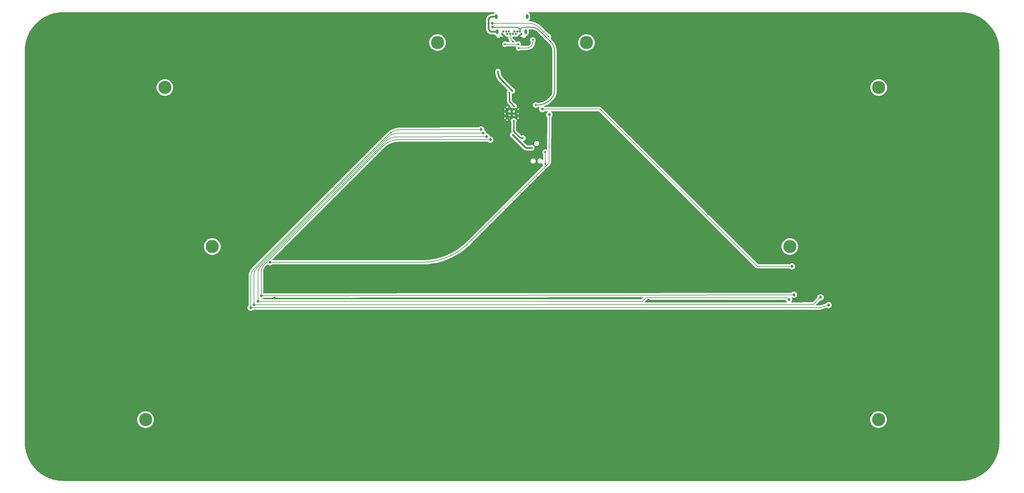
<source format=gbl>
G04 #@! TF.GenerationSoftware,KiCad,Pcbnew,(7.0.0)*
G04 #@! TF.CreationDate,2023-03-26T02:59:07-07:00*
G04 #@! TF.ProjectId,HallBox,48616c6c-426f-4782-9e6b-696361645f70,rev?*
G04 #@! TF.SameCoordinates,Original*
G04 #@! TF.FileFunction,Copper,L2,Bot*
G04 #@! TF.FilePolarity,Positive*
%FSLAX46Y46*%
G04 Gerber Fmt 4.6, Leading zero omitted, Abs format (unit mm)*
G04 Created by KiCad (PCBNEW (7.0.0)) date 2023-03-26 02:59:07*
%MOMM*%
%LPD*%
G01*
G04 APERTURE LIST*
G04 #@! TA.AperFunction,ComponentPad*
%ADD10C,3.800000*%
G04 #@! TD*
G04 #@! TA.AperFunction,ComponentPad*
%ADD11C,0.600000*%
G04 #@! TD*
G04 #@! TA.AperFunction,ComponentPad*
%ADD12O,0.800000X1.400000*%
G04 #@! TD*
G04 #@! TA.AperFunction,ComponentPad*
%ADD13C,0.650000*%
G04 #@! TD*
G04 #@! TA.AperFunction,ViaPad*
%ADD14C,0.800000*%
G04 #@! TD*
G04 #@! TA.AperFunction,ViaPad*
%ADD15C,0.600000*%
G04 #@! TD*
G04 #@! TA.AperFunction,Conductor*
%ADD16C,0.200000*%
G04 #@! TD*
G04 #@! TA.AperFunction,Conductor*
%ADD17C,0.250000*%
G04 #@! TD*
G04 #@! TA.AperFunction,Conductor*
%ADD18C,0.500000*%
G04 #@! TD*
G04 #@! TA.AperFunction,Conductor*
%ADD19C,0.635000*%
G04 #@! TD*
G04 #@! TA.AperFunction,Conductor*
%ADD20C,0.381000*%
G04 #@! TD*
G04 APERTURE END LIST*
D10*
X310512974Y-143637254D03*
X182617974Y-34077254D03*
X225807974Y-34077254D03*
X117282974Y-93347300D03*
X97912974Y-143637254D03*
X310577974Y-47150637D03*
X284792974Y-93347300D03*
D11*
X205372974Y-56007254D03*
X205372974Y-54732254D03*
X205372974Y-53457254D03*
X204097974Y-56007254D03*
X204097974Y-54732254D03*
X204097974Y-53457254D03*
X202822974Y-56007254D03*
X202822974Y-54732254D03*
X202822974Y-53457254D03*
D12*
X199606473Y-26557253D03*
X199891473Y-30947253D03*
X208151473Y-30947253D03*
X208586473Y-26557253D03*
D13*
X206896474Y-31547254D03*
X206496474Y-30847254D03*
X205696474Y-30847254D03*
X205296474Y-31547254D03*
X204896474Y-30847254D03*
X204496474Y-31547254D03*
X203696474Y-31547254D03*
X203296474Y-30847254D03*
X202896474Y-31547254D03*
X202496474Y-30847254D03*
X201696474Y-30847254D03*
X201296474Y-31547254D03*
D10*
X103517974Y-47150637D03*
D14*
X122500000Y-107030000D03*
X137100000Y-105260000D03*
X195230000Y-59320000D03*
X195840000Y-60410000D03*
X196850000Y-61420000D03*
X197910000Y-62300000D03*
X135320000Y-108320000D03*
X215030000Y-55020000D03*
X133980000Y-97910000D03*
X212990000Y-53410000D03*
X285410000Y-99090000D03*
X296050000Y-110370000D03*
X293700000Y-108100000D03*
X128410000Y-111130000D03*
X129360000Y-110270000D03*
X284560000Y-108720000D03*
X285990000Y-107370000D03*
X131440000Y-107620000D03*
X130550000Y-109250000D03*
X293280000Y-105940000D03*
X76420000Y-72300000D03*
X105082423Y-63130000D03*
X133130000Y-67810000D03*
X155740000Y-86070000D03*
X170030000Y-133310000D03*
X187950000Y-154340000D03*
X312130000Y-60710000D03*
X254562423Y-58027577D03*
X243750000Y-108910000D03*
X224980000Y-124960000D03*
X233040000Y-152080000D03*
X268760000Y-113180000D03*
X250880000Y-133940000D03*
X341570000Y-69460000D03*
X334720000Y-43790000D03*
X305260000Y-35050000D03*
X277100000Y-39490000D03*
X284000000Y-65170000D03*
X261160000Y-83890000D03*
X209700000Y-82040000D03*
X198517974Y-28477254D03*
D15*
X214779563Y-32305665D03*
X211077974Y-52217254D03*
D14*
X198617974Y-29577254D03*
D15*
X200137974Y-42507254D03*
X204450724Y-60939272D03*
X209930713Y-64707254D03*
X204323724Y-48112272D03*
X203307724Y-45572272D03*
X207879724Y-47096272D03*
X196830724Y-57891272D03*
X193145474Y-45302254D03*
X212777974Y-45312254D03*
X198382974Y-64749272D03*
X209687974Y-38407254D03*
X212419974Y-58669147D03*
X205720724Y-63733272D03*
X209530713Y-67227254D03*
X201517974Y-37187254D03*
X202117974Y-41467254D03*
X211054724Y-48907254D03*
X206323974Y-45080147D03*
X198862724Y-49763272D03*
X205085724Y-67416272D03*
X210167974Y-46472254D03*
X204418974Y-45080147D03*
X203462974Y-48604504D03*
X207371724Y-61828272D03*
X204704724Y-56831754D03*
X204831724Y-52594504D03*
X202187974Y-34547254D03*
X206037974Y-34547254D03*
X213861885Y-69261165D03*
X213858474Y-65927254D03*
X206127974Y-35647254D03*
X210267974Y-33337754D03*
X204445974Y-33847254D03*
D16*
X131440000Y-107620000D02*
X131440000Y-100702691D01*
X132318685Y-98581375D02*
G75*
G03*
X131440000Y-100702691I2121315J-2121325D01*
G01*
X132318680Y-98581370D02*
X166624006Y-64276044D01*
X171442883Y-62279982D02*
G75*
G03*
X166624006Y-64276044I17J-6814918D01*
G01*
X171442883Y-62280000D02*
X197860000Y-62280000D01*
X171960138Y-59370000D02*
X195230000Y-59320000D01*
X129288680Y-99914314D02*
X168328876Y-60874118D01*
X171960138Y-59370033D02*
G75*
G03*
X168328876Y-60874118I-38J-5135367D01*
G01*
X129288663Y-99914297D02*
G75*
G03*
X128410000Y-102035635I2121337J-2121303D01*
G01*
X128410000Y-111130000D02*
X128410000Y-102035635D01*
X130238670Y-99529989D02*
G75*
G03*
X129360000Y-101651320I2121330J-2121311D01*
G01*
X131428678Y-98905682D02*
G75*
G03*
X130550000Y-101027005I2121322J-2121318D01*
G01*
X170757632Y-61475935D02*
G75*
G03*
X167508548Y-62825818I9868J-4608865D01*
G01*
X171201865Y-60389987D02*
G75*
G03*
X168089492Y-61679187I35J-4401613D01*
G01*
X171201865Y-60390000D02*
X195820000Y-60390000D01*
X130238680Y-99529999D02*
X168089492Y-61679187D01*
X129360000Y-110270000D02*
X129360000Y-101651320D01*
X170757632Y-61475921D02*
X196850000Y-61420000D01*
X131428680Y-98905684D02*
X167508547Y-62825817D01*
X130550000Y-109250000D02*
X130550000Y-101027005D01*
X131440000Y-107620000D02*
X285990000Y-107370000D01*
X291640000Y-110160000D02*
X293700000Y-108100000D01*
X129360000Y-110270000D02*
X291640000Y-110160000D01*
X293620000Y-111080000D02*
X296050000Y-110370000D01*
X128410000Y-111130000D02*
X293620000Y-111080000D01*
X243070000Y-108210000D02*
X284070000Y-108210000D01*
X242030000Y-109250000D02*
X243070000Y-108210000D01*
X130550000Y-109250000D02*
X242030000Y-109250000D01*
X284070000Y-108210000D02*
X284560000Y-108700000D01*
X133980000Y-97910000D02*
X178095320Y-97910000D01*
X178095320Y-97909999D02*
G75*
G03*
X191694574Y-92277005I-20J19232299D01*
G01*
X191694574Y-92277005D02*
X214612022Y-69359557D01*
X214612045Y-69359580D02*
G75*
G03*
X214981861Y-68471183I-892945J892880D01*
G01*
X214981862Y-68471183D02*
X215030000Y-55020000D01*
X229690050Y-53410000D02*
X212990000Y-53410000D01*
X275370050Y-99090000D02*
X229690050Y-53410000D01*
X285410000Y-99090000D02*
X275370050Y-99090000D01*
X212358184Y-29884286D02*
X214779563Y-32305665D01*
X198517974Y-28477254D02*
X208961308Y-28477254D01*
D17*
X212096653Y-30505933D02*
X215355460Y-33764740D01*
X211726215Y-52217254D02*
X211077974Y-52217254D01*
X216557974Y-36667866D02*
X216557974Y-48164613D01*
X198617974Y-29577254D02*
X205400760Y-29577254D01*
X206107867Y-29870147D02*
X206496474Y-30258754D01*
X215679295Y-50285933D02*
X215177573Y-50787655D01*
X206496474Y-30847254D02*
X206496474Y-30258754D01*
X207542188Y-29627254D02*
X209975333Y-29627254D01*
X206496474Y-30258754D02*
X206835081Y-29920147D01*
D16*
X212358188Y-29884282D02*
G75*
G03*
X208961308Y-28477254I-3396888J-3396918D01*
G01*
D17*
X216557988Y-36667866D02*
G75*
G03*
X215355460Y-33764740I-4105688J-34D01*
G01*
X212096646Y-30505940D02*
G75*
G03*
X209975333Y-29627254I-2121346J-2121360D01*
G01*
X211726215Y-52217265D02*
G75*
G03*
X215177572Y-50787654I-15J4880965D01*
G01*
X215679283Y-50285921D02*
G75*
G03*
X216557974Y-48164613I-2121283J2121321D01*
G01*
X206107896Y-29870118D02*
G75*
G03*
X205400760Y-29577254I-707096J-707182D01*
G01*
X207542188Y-29627259D02*
G75*
G03*
X206835081Y-29920147I12J-1000041D01*
G01*
D18*
X204450724Y-60939272D02*
X207925813Y-64414361D01*
X201141544Y-44930092D02*
X204323724Y-48112272D01*
X208632920Y-64707254D02*
X209930713Y-64707254D01*
X207925813Y-64414361D02*
G75*
G03*
X208632920Y-64707254I707087J707061D01*
G01*
X200138010Y-42507254D02*
G75*
G03*
X201141544Y-44930092I3426390J-46D01*
G01*
D19*
X204097974Y-53457254D02*
X204097974Y-56007254D01*
X202822974Y-56007254D02*
X203122974Y-55707254D01*
X203122974Y-55707254D02*
X205072974Y-55707254D01*
X205372974Y-56007254D02*
X205372974Y-53457254D01*
X202822974Y-56007254D02*
X202822974Y-53457254D01*
X205372974Y-53457254D02*
X202822974Y-53457254D01*
X205072974Y-55707254D02*
X205372974Y-56007254D01*
X205372974Y-54732254D02*
X202822974Y-54732254D01*
D20*
X203462974Y-50811540D02*
X203462974Y-48604504D01*
X204704724Y-56831754D02*
X204704724Y-59465040D01*
X204997617Y-60172147D02*
X206360849Y-61535379D01*
X204831724Y-52594504D02*
X203755867Y-51518647D01*
X207067956Y-61828272D02*
X207371724Y-61828272D01*
X206360877Y-61535351D02*
G75*
G03*
X207067956Y-61828272I707123J707051D01*
G01*
X204704689Y-59465040D02*
G75*
G03*
X204997617Y-60172147I1000011J40D01*
G01*
X203462954Y-50811540D02*
G75*
G03*
X203755868Y-51518646I1000046J40D01*
G01*
D16*
X202187974Y-34547254D02*
X206037974Y-34547254D01*
X213858474Y-65927254D02*
X213858474Y-69257754D01*
X213858474Y-69257754D02*
X213861885Y-69261165D01*
D18*
X199891474Y-30947254D02*
X198417974Y-30947254D01*
X197417974Y-29947254D02*
X197417974Y-27557254D01*
X198417974Y-26557254D02*
X199606474Y-26557254D01*
X197418046Y-29947254D02*
G75*
G03*
X198417974Y-30947254I999954J-46D01*
G01*
X198417974Y-26557274D02*
G75*
G03*
X197417974Y-27557254I26J-1000026D01*
G01*
D16*
X210267974Y-33921684D02*
X210267974Y-33337754D01*
X206127974Y-35647254D02*
X208542404Y-35647254D01*
X208542404Y-35647274D02*
G75*
G03*
X210267974Y-33921684I-4J1725574D01*
G01*
X203696474Y-32404796D02*
X203696474Y-31547254D01*
X204445974Y-33847254D02*
X204186469Y-33587749D01*
X203696471Y-32404796D02*
G75*
G03*
X204186470Y-33587748I1672929J-4D01*
G01*
G04 #@! TA.AperFunction,Conductor*
G36*
X199139427Y-25254631D02*
G01*
X199185545Y-25300742D01*
X199202433Y-25363733D01*
X199185566Y-25426730D01*
X199148230Y-25464083D01*
X199149722Y-25466136D01*
X199000565Y-25574504D01*
X199000557Y-25574510D01*
X198995221Y-25578388D01*
X198990804Y-25583293D01*
X198990799Y-25583298D01*
X198936662Y-25643424D01*
X198867434Y-25720310D01*
X198864135Y-25726023D01*
X198864132Y-25726028D01*
X198858516Y-25735756D01*
X198812397Y-25781874D01*
X198749398Y-25798754D01*
X198497691Y-25798754D01*
X198497683Y-25798753D01*
X198497676Y-25798752D01*
X198497654Y-25798752D01*
X198417954Y-25798754D01*
X198373794Y-25798754D01*
X198373672Y-25798768D01*
X198373433Y-25798775D01*
X198296693Y-25798776D01*
X198296680Y-25798776D01*
X198292188Y-25798777D01*
X198287733Y-25799417D01*
X198287727Y-25799418D01*
X198047673Y-25833937D01*
X198047658Y-25833940D01*
X198043216Y-25834579D01*
X198038910Y-25835843D01*
X198038898Y-25835846D01*
X197806191Y-25904178D01*
X197806181Y-25904181D01*
X197801872Y-25905447D01*
X197797777Y-25907317D01*
X197797772Y-25907319D01*
X197577168Y-26008067D01*
X197577157Y-26008072D01*
X197573071Y-26009939D01*
X197569291Y-26012367D01*
X197569284Y-26012372D01*
X197365249Y-26143497D01*
X197365238Y-26143504D01*
X197361468Y-26145928D01*
X197358072Y-26148869D01*
X197358070Y-26148872D01*
X197174763Y-26307705D01*
X197174755Y-26307712D01*
X197171370Y-26310646D01*
X197168435Y-26314032D01*
X197168429Y-26314039D01*
X197009599Y-26497333D01*
X197009590Y-26497344D01*
X197006649Y-26500739D01*
X197004222Y-26504515D01*
X197004214Y-26504526D01*
X196873084Y-26708560D01*
X196873076Y-26708573D01*
X196870656Y-26712340D01*
X196868793Y-26716417D01*
X196868788Y-26716428D01*
X196768026Y-26937050D01*
X196768023Y-26937056D01*
X196766159Y-26941139D01*
X196764894Y-26945446D01*
X196764892Y-26945452D01*
X196696553Y-27178164D01*
X196696550Y-27178173D01*
X196695286Y-27182481D01*
X196694647Y-27186917D01*
X196694645Y-27186931D01*
X196660119Y-27426997D01*
X196660118Y-27427008D01*
X196659479Y-27431453D01*
X196659478Y-27435945D01*
X196659478Y-27435956D01*
X196659477Y-27459411D01*
X196659477Y-27468583D01*
X196659474Y-27468598D01*
X196659474Y-27557219D01*
X196659470Y-27636941D01*
X196659473Y-27636955D01*
X196659474Y-27636973D01*
X196659474Y-29991434D01*
X196659518Y-29991823D01*
X196659542Y-29992634D01*
X196659540Y-30068488D01*
X196659540Y-30072988D01*
X196660179Y-30077439D01*
X196660180Y-30077442D01*
X196694685Y-30317506D01*
X196694687Y-30317516D01*
X196695327Y-30321967D01*
X196696595Y-30326286D01*
X196745450Y-30492699D01*
X196766183Y-30563318D01*
X196768048Y-30567403D01*
X196768051Y-30567410D01*
X196868801Y-30788046D01*
X196868804Y-30788052D01*
X196870666Y-30792129D01*
X196873089Y-30795901D01*
X196873091Y-30795903D01*
X196974612Y-30953887D01*
X197006649Y-31003741D01*
X197009591Y-31007137D01*
X197009593Y-31007139D01*
X197168421Y-31190450D01*
X197168425Y-31190454D01*
X197171364Y-31193846D01*
X197361458Y-31358575D01*
X197573060Y-31494573D01*
X197801863Y-31599073D01*
X198043209Y-31669946D01*
X198292186Y-31705751D01*
X198329300Y-31705751D01*
X198329312Y-31705752D01*
X198329318Y-31705754D01*
X198329336Y-31705754D01*
X198417954Y-31705754D01*
X198497676Y-31705756D01*
X198497684Y-31705754D01*
X198497691Y-31705754D01*
X199034398Y-31705754D01*
X199097397Y-31722634D01*
X199143516Y-31768752D01*
X199152434Y-31784198D01*
X199280221Y-31926120D01*
X199434722Y-32038372D01*
X199609186Y-32116048D01*
X199672422Y-32129489D01*
X199719392Y-32150156D01*
X199754228Y-32187840D01*
X199771147Y-32236289D01*
X199784708Y-32339301D01*
X199784709Y-32339307D01*
X199785787Y-32347490D01*
X199788946Y-32355118D01*
X199788947Y-32355119D01*
X199840615Y-32479857D01*
X199840616Y-32479859D01*
X199843776Y-32487487D01*
X199848802Y-32494037D01*
X199848804Y-32494040D01*
X199915230Y-32580607D01*
X199936023Y-32607705D01*
X200056241Y-32699952D01*
X200196238Y-32757941D01*
X200308754Y-32772754D01*
X200380072Y-32772754D01*
X200384194Y-32772754D01*
X200496710Y-32757941D01*
X200636707Y-32699952D01*
X200756925Y-32607705D01*
X200849172Y-32487487D01*
X200879662Y-32413877D01*
X200916778Y-32364175D01*
X200973115Y-32338206D01*
X201035016Y-32342267D01*
X201044105Y-32345221D01*
X201202465Y-32378881D01*
X201215525Y-32380254D01*
X201377423Y-32380254D01*
X201390482Y-32378881D01*
X201548844Y-32345220D01*
X201561337Y-32341161D01*
X201664844Y-32295075D01*
X201674013Y-32287944D01*
X201668007Y-32277997D01*
X201191502Y-31801492D01*
X201157926Y-31741169D01*
X201161178Y-31672208D01*
X201200282Y-31615312D01*
X201263497Y-31587563D01*
X201331844Y-31597289D01*
X201437490Y-31644326D01*
X201608870Y-31680754D01*
X201615473Y-31680754D01*
X201736994Y-31680754D01*
X201785212Y-31690345D01*
X201826089Y-31717659D01*
X202027499Y-31919069D01*
X202038840Y-31926121D01*
X202043186Y-31926550D01*
X202090139Y-31920629D01*
X202145276Y-31940358D01*
X202185539Y-31982879D01*
X202218444Y-32039872D01*
X202222860Y-32044777D01*
X202222862Y-32044779D01*
X202287033Y-32116048D01*
X202335682Y-32170077D01*
X202477428Y-32273062D01*
X202637490Y-32344326D01*
X202808870Y-32380754D01*
X202815473Y-32380754D01*
X202961971Y-32380754D01*
X203024971Y-32397635D01*
X203071090Y-32443754D01*
X203087971Y-32506754D01*
X203087971Y-32532918D01*
X203088365Y-32536417D01*
X203088366Y-32536430D01*
X203116264Y-32784040D01*
X203116266Y-32784056D01*
X203116661Y-32787555D01*
X203117448Y-32791003D01*
X203144110Y-32907818D01*
X203173682Y-33037378D01*
X203174847Y-33040708D01*
X203174849Y-33040714D01*
X203251881Y-33260861D01*
X203258315Y-33279246D01*
X203259846Y-33282426D01*
X203259851Y-33282437D01*
X203367966Y-33506937D01*
X203367970Y-33506945D01*
X203369498Y-33510117D01*
X203371374Y-33513102D01*
X203371377Y-33513108D01*
X203503952Y-33724098D01*
X203505831Y-33727088D01*
X203511498Y-33734195D01*
X203538196Y-33798645D01*
X203526510Y-33867423D01*
X203480024Y-33919441D01*
X203412988Y-33938754D01*
X202772696Y-33938754D01*
X202731080Y-33931683D01*
X202696907Y-33912795D01*
X202695255Y-33911143D01*
X202689265Y-33907379D01*
X202546980Y-33817975D01*
X202546977Y-33817973D01*
X202540989Y-33814211D01*
X202534313Y-33811875D01*
X202534309Y-33811873D01*
X202375698Y-33756373D01*
X202375694Y-33756372D01*
X202369021Y-33754037D01*
X202187974Y-33733638D01*
X202180945Y-33734430D01*
X202013955Y-33753245D01*
X202013953Y-33753245D01*
X202006927Y-33754037D01*
X202000254Y-33756371D01*
X202000249Y-33756373D01*
X201841638Y-33811873D01*
X201841630Y-33811876D01*
X201834959Y-33814211D01*
X201828974Y-33817971D01*
X201828967Y-33817975D01*
X201686688Y-33907375D01*
X201686683Y-33907379D01*
X201680693Y-33911143D01*
X201675688Y-33916147D01*
X201675684Y-33916151D01*
X201556871Y-34034964D01*
X201556867Y-34034968D01*
X201551863Y-34039973D01*
X201548100Y-34045961D01*
X201548095Y-34045968D01*
X201458695Y-34188247D01*
X201458691Y-34188254D01*
X201454931Y-34194239D01*
X201452596Y-34200910D01*
X201452593Y-34200918D01*
X201397093Y-34359529D01*
X201397091Y-34359534D01*
X201394757Y-34366207D01*
X201374358Y-34547254D01*
X201375150Y-34554283D01*
X201389822Y-34684506D01*
X201394757Y-34728301D01*
X201397092Y-34734974D01*
X201397093Y-34734978D01*
X201452593Y-34893589D01*
X201452595Y-34893593D01*
X201454931Y-34900269D01*
X201458693Y-34906257D01*
X201458695Y-34906260D01*
X201541645Y-35038274D01*
X201551863Y-35054535D01*
X201680693Y-35183365D01*
X201834959Y-35280297D01*
X202006927Y-35340471D01*
X202187974Y-35360870D01*
X202369021Y-35340471D01*
X202540989Y-35280297D01*
X202695255Y-35183365D01*
X202696907Y-35181712D01*
X202731080Y-35162825D01*
X202772696Y-35155754D01*
X205265809Y-35155754D01*
X205323641Y-35169810D01*
X205368570Y-35208841D01*
X205390572Y-35264140D01*
X205384738Y-35323369D01*
X205337093Y-35459529D01*
X205337091Y-35459534D01*
X205334757Y-35466207D01*
X205333965Y-35473233D01*
X205333965Y-35473235D01*
X205330241Y-35506291D01*
X205314358Y-35647254D01*
X205334757Y-35828301D01*
X205337092Y-35834974D01*
X205337093Y-35834978D01*
X205392593Y-35993589D01*
X205392595Y-35993593D01*
X205394931Y-36000269D01*
X205398693Y-36006257D01*
X205398695Y-36006260D01*
X205468118Y-36116746D01*
X205491863Y-36154535D01*
X205620693Y-36283365D01*
X205626687Y-36287131D01*
X205626688Y-36287132D01*
X205700837Y-36333723D01*
X205774959Y-36380297D01*
X205946927Y-36440471D01*
X206127974Y-36460870D01*
X206309021Y-36440471D01*
X206480989Y-36380297D01*
X206635255Y-36283365D01*
X206636907Y-36281712D01*
X206671080Y-36262825D01*
X206712696Y-36255754D01*
X208468520Y-36255754D01*
X208542331Y-36255754D01*
X208542405Y-36255763D01*
X208542405Y-36255774D01*
X208683591Y-36255773D01*
X208963905Y-36221736D01*
X209238071Y-36154159D01*
X209502094Y-36054028D01*
X209752121Y-35922802D01*
X209984508Y-35762395D01*
X210195866Y-35575146D01*
X210383112Y-35363787D01*
X210543516Y-35131398D01*
X210674739Y-34881369D01*
X210774868Y-34617346D01*
X210842441Y-34343178D01*
X210876475Y-34062864D01*
X210876474Y-33922476D01*
X210883545Y-33880860D01*
X210902432Y-33846687D01*
X210904085Y-33845035D01*
X211001017Y-33690769D01*
X211061191Y-33518801D01*
X211081590Y-33337754D01*
X211061191Y-33156707D01*
X211001017Y-32984739D01*
X210904085Y-32830473D01*
X210775255Y-32701643D01*
X210769261Y-32697877D01*
X210769259Y-32697875D01*
X210626980Y-32608475D01*
X210626977Y-32608473D01*
X210620989Y-32604711D01*
X210614313Y-32602375D01*
X210614309Y-32602373D01*
X210455698Y-32546873D01*
X210455694Y-32546872D01*
X210449021Y-32544537D01*
X210267974Y-32524138D01*
X210260945Y-32524930D01*
X210093955Y-32543745D01*
X210093953Y-32543745D01*
X210086927Y-32544537D01*
X210080254Y-32546871D01*
X210080249Y-32546873D01*
X209921638Y-32602373D01*
X209921630Y-32602376D01*
X209914959Y-32604711D01*
X209908974Y-32608471D01*
X209908967Y-32608475D01*
X209766688Y-32697875D01*
X209766681Y-32697880D01*
X209760693Y-32701643D01*
X209755688Y-32706647D01*
X209755684Y-32706651D01*
X209636871Y-32825464D01*
X209636867Y-32825468D01*
X209631863Y-32830473D01*
X209628100Y-32836461D01*
X209628095Y-32836468D01*
X209538695Y-32978747D01*
X209538691Y-32978754D01*
X209534931Y-32984739D01*
X209532596Y-32991410D01*
X209532593Y-32991418D01*
X209477093Y-33150029D01*
X209477091Y-33150034D01*
X209474757Y-33156707D01*
X209473965Y-33163733D01*
X209473965Y-33163735D01*
X209468475Y-33212458D01*
X209454358Y-33337754D01*
X209474757Y-33518801D01*
X209477092Y-33525474D01*
X209477093Y-33525478D01*
X209532593Y-33684089D01*
X209532595Y-33684093D01*
X209534931Y-33690769D01*
X209538693Y-33696757D01*
X209538695Y-33696760D01*
X209559423Y-33729748D01*
X209631863Y-33845035D01*
X209632995Y-33846167D01*
X209653609Y-33885464D01*
X209658499Y-33932835D01*
X209643465Y-34104689D01*
X209639651Y-34126319D01*
X209594961Y-34293107D01*
X209587449Y-34313745D01*
X209514477Y-34470236D01*
X209503496Y-34489256D01*
X209404455Y-34630706D01*
X209390336Y-34647533D01*
X209268239Y-34769629D01*
X209251416Y-34783745D01*
X209109970Y-34882789D01*
X209090948Y-34893772D01*
X208934460Y-34966744D01*
X208913822Y-34974255D01*
X208747029Y-35018948D01*
X208725399Y-35022762D01*
X208548107Y-35038274D01*
X208537125Y-35038754D01*
X206900139Y-35038754D01*
X206842307Y-35024698D01*
X206797378Y-34985667D01*
X206775376Y-34930368D01*
X206781210Y-34871139D01*
X206781738Y-34869629D01*
X206831191Y-34728301D01*
X206851590Y-34547254D01*
X206831191Y-34366207D01*
X206771017Y-34194239D01*
X206751264Y-34162803D01*
X206677852Y-34045968D01*
X206677851Y-34045967D01*
X206674085Y-34039973D01*
X206545255Y-33911143D01*
X206539261Y-33907377D01*
X206539259Y-33907375D01*
X206396980Y-33817975D01*
X206396977Y-33817973D01*
X206390989Y-33814211D01*
X206384313Y-33811875D01*
X206384309Y-33811873D01*
X206225698Y-33756373D01*
X206225694Y-33756372D01*
X206219021Y-33754037D01*
X206037974Y-33733638D01*
X206030945Y-33734430D01*
X205863955Y-33753245D01*
X205863953Y-33753245D01*
X205856927Y-33754037D01*
X205850254Y-33756371D01*
X205850249Y-33756373D01*
X205691638Y-33811873D01*
X205691630Y-33811876D01*
X205684959Y-33814211D01*
X205678974Y-33817971D01*
X205678967Y-33817975D01*
X205536682Y-33907379D01*
X205536676Y-33907383D01*
X205530693Y-33911143D01*
X205529040Y-33912795D01*
X205494868Y-33931683D01*
X205453252Y-33938754D01*
X205382500Y-33938754D01*
X205323624Y-33924152D01*
X205278394Y-33883732D01*
X205257292Y-33826861D01*
X205255867Y-33814211D01*
X205239191Y-33666207D01*
X205179017Y-33494239D01*
X205082085Y-33339973D01*
X204953255Y-33211143D01*
X204947261Y-33207377D01*
X204947259Y-33207375D01*
X204804980Y-33117975D01*
X204804977Y-33117973D01*
X204798989Y-33114211D01*
X204792313Y-33111875D01*
X204792309Y-33111873D01*
X204633700Y-33056374D01*
X204633699Y-33056373D01*
X204627021Y-33054037D01*
X204617208Y-33052931D01*
X204576136Y-33048303D01*
X204522611Y-33029404D01*
X204482812Y-32988930D01*
X204433106Y-32907818D01*
X204426166Y-32896492D01*
X204417197Y-32878891D01*
X204360861Y-32742885D01*
X204354754Y-32724089D01*
X204320391Y-32580955D01*
X204317298Y-32561427D01*
X204314776Y-32529382D01*
X204313773Y-32516639D01*
X204327118Y-32449552D01*
X204373550Y-32399321D01*
X204439385Y-32380754D01*
X204577475Y-32380754D01*
X204584078Y-32380754D01*
X204755458Y-32344326D01*
X204845224Y-32304358D01*
X204896474Y-32293465D01*
X204947723Y-32304358D01*
X205037490Y-32344326D01*
X205208870Y-32380754D01*
X205377475Y-32380754D01*
X205384078Y-32380754D01*
X205555458Y-32344326D01*
X205715520Y-32273062D01*
X205857266Y-32170077D01*
X205974504Y-32039872D01*
X206007408Y-31982879D01*
X206047670Y-31940358D01*
X206102809Y-31920629D01*
X206149760Y-31926549D01*
X206154107Y-31926121D01*
X206165445Y-31919071D01*
X206366858Y-31717659D01*
X206407735Y-31690345D01*
X206455953Y-31680754D01*
X206577475Y-31680754D01*
X206584078Y-31680754D01*
X206755458Y-31644326D01*
X206861099Y-31597291D01*
X206929446Y-31587564D01*
X206992662Y-31615313D01*
X207031766Y-31672209D01*
X207035018Y-31741170D01*
X207001443Y-31801493D01*
X206524938Y-32277998D01*
X206518933Y-32287943D01*
X206528102Y-32295075D01*
X206631610Y-32341161D01*
X206644103Y-32345220D01*
X206802465Y-32378881D01*
X206815525Y-32380254D01*
X206977423Y-32380254D01*
X206990486Y-32378881D01*
X207033474Y-32369743D01*
X207091219Y-32371002D01*
X207142336Y-32397895D01*
X207176082Y-32444771D01*
X207190615Y-32479857D01*
X207193776Y-32487487D01*
X207198801Y-32494036D01*
X207198802Y-32494037D01*
X207236944Y-32543745D01*
X207286023Y-32607705D01*
X207406241Y-32699952D01*
X207546238Y-32757941D01*
X207658754Y-32772754D01*
X207730072Y-32772754D01*
X207734194Y-32772754D01*
X207846710Y-32757941D01*
X207986707Y-32699952D01*
X208106925Y-32607705D01*
X208199172Y-32487487D01*
X208257161Y-32347490D01*
X208271801Y-32236286D01*
X208288719Y-32187840D01*
X208323554Y-32150156D01*
X208370523Y-32129489D01*
X208433762Y-32116048D01*
X208608226Y-32038372D01*
X208762727Y-31926120D01*
X208890514Y-31784198D01*
X208986001Y-31618810D01*
X209045016Y-31437182D01*
X209059974Y-31294864D01*
X209059974Y-30599644D01*
X209045016Y-30457326D01*
X209034737Y-30425690D01*
X209030121Y-30367043D01*
X209052634Y-30312693D01*
X209097367Y-30274487D01*
X209154570Y-30260754D01*
X209971785Y-30260754D01*
X209978851Y-30260952D01*
X210233223Y-30275240D01*
X210247263Y-30276822D01*
X210299846Y-30285756D01*
X210494963Y-30318909D01*
X210508714Y-30322048D01*
X210668594Y-30368110D01*
X210750124Y-30391599D01*
X210763463Y-30396265D01*
X210995585Y-30492415D01*
X211008302Y-30498540D01*
X211022473Y-30506372D01*
X211228183Y-30620064D01*
X211240147Y-30627581D01*
X211445045Y-30772964D01*
X211456092Y-30781774D01*
X211646194Y-30951659D01*
X211651328Y-30956513D01*
X211686473Y-30991657D01*
X214905323Y-34210508D01*
X214909588Y-34214987D01*
X215132178Y-34460578D01*
X215140022Y-34470136D01*
X215335625Y-34733875D01*
X215342495Y-34744156D01*
X215511312Y-35025809D01*
X215517140Y-35036713D01*
X215657534Y-35333548D01*
X215662261Y-35344960D01*
X215715013Y-35492390D01*
X215772885Y-35654127D01*
X215776475Y-35665960D01*
X215856263Y-35984487D01*
X215858675Y-35996614D01*
X215906857Y-36321418D01*
X215908069Y-36333723D01*
X215924322Y-36664492D01*
X215924474Y-36670676D01*
X215924474Y-48161070D01*
X215924276Y-48168136D01*
X215909989Y-48422508D01*
X215908407Y-48436548D01*
X215866323Y-48684231D01*
X215863178Y-48698008D01*
X215793628Y-48939412D01*
X215788962Y-48952748D01*
X215692822Y-49184847D01*
X215686691Y-49197577D01*
X215565162Y-49417464D01*
X215557644Y-49429428D01*
X215412269Y-49634313D01*
X215403459Y-49645361D01*
X215233487Y-49835556D01*
X215228632Y-49840690D01*
X215176957Y-49892364D01*
X215176955Y-49892368D01*
X215176953Y-49892370D01*
X214731556Y-50337765D01*
X214727586Y-50341566D01*
X214460482Y-50586324D01*
X214452061Y-50593389D01*
X214166821Y-50812262D01*
X214157817Y-50818567D01*
X213854583Y-51011750D01*
X213845064Y-51017246D01*
X213526148Y-51183264D01*
X213516185Y-51187910D01*
X213184007Y-51325503D01*
X213173679Y-51329262D01*
X212830785Y-51437378D01*
X212820167Y-51440223D01*
X212469150Y-51518042D01*
X212458325Y-51519951D01*
X212101857Y-51566883D01*
X212090906Y-51567841D01*
X211729213Y-51583634D01*
X211723717Y-51583754D01*
X211625710Y-51583754D01*
X211558674Y-51564441D01*
X211436980Y-51487975D01*
X211436977Y-51487973D01*
X211430989Y-51484211D01*
X211424313Y-51481875D01*
X211424309Y-51481873D01*
X211265698Y-51426373D01*
X211265694Y-51426372D01*
X211259021Y-51424037D01*
X211077974Y-51403638D01*
X211070945Y-51404430D01*
X210903955Y-51423245D01*
X210903953Y-51423245D01*
X210896927Y-51424037D01*
X210890254Y-51426371D01*
X210890249Y-51426373D01*
X210731638Y-51481873D01*
X210731630Y-51481876D01*
X210724959Y-51484211D01*
X210718974Y-51487971D01*
X210718967Y-51487975D01*
X210576688Y-51577375D01*
X210576681Y-51577380D01*
X210570693Y-51581143D01*
X210565688Y-51586147D01*
X210565684Y-51586151D01*
X210446871Y-51704964D01*
X210446867Y-51704968D01*
X210441863Y-51709973D01*
X210438100Y-51715961D01*
X210438095Y-51715968D01*
X210348695Y-51858247D01*
X210348691Y-51858254D01*
X210344931Y-51864239D01*
X210342596Y-51870910D01*
X210342593Y-51870918D01*
X210287093Y-52029529D01*
X210287091Y-52029534D01*
X210284757Y-52036207D01*
X210264358Y-52217254D01*
X210284757Y-52398301D01*
X210287092Y-52404974D01*
X210287093Y-52404978D01*
X210342593Y-52563589D01*
X210342595Y-52563593D01*
X210344931Y-52570269D01*
X210348693Y-52576257D01*
X210348695Y-52576260D01*
X210420405Y-52690386D01*
X210441863Y-52724535D01*
X210570693Y-52853365D01*
X210576687Y-52857131D01*
X210576688Y-52857132D01*
X210662711Y-52911184D01*
X210724959Y-52950297D01*
X210896927Y-53010471D01*
X211077974Y-53030870D01*
X211259021Y-53010471D01*
X211430989Y-52950297D01*
X211558673Y-52870067D01*
X211625710Y-52850754D01*
X211649296Y-52850754D01*
X211726176Y-52850754D01*
X211726217Y-52850759D01*
X211726217Y-52850765D01*
X211940412Y-52850765D01*
X211942881Y-52850765D01*
X211973488Y-52848356D01*
X212040356Y-52843093D01*
X212106705Y-52856062D01*
X212156800Y-52901460D01*
X212176219Y-52966216D01*
X212160740Y-53026372D01*
X212161461Y-53026693D01*
X212159559Y-53030964D01*
X212159373Y-53031688D01*
X212158778Y-53032718D01*
X212158774Y-53032724D01*
X212155473Y-53038444D01*
X212153434Y-53044718D01*
X212153430Y-53044728D01*
X212098497Y-53213794D01*
X212098495Y-53213801D01*
X212096458Y-53220072D01*
X212095768Y-53226633D01*
X212095768Y-53226635D01*
X212080894Y-53368159D01*
X212076496Y-53410000D01*
X212096458Y-53599928D01*
X212098495Y-53606200D01*
X212098497Y-53606205D01*
X212153430Y-53775271D01*
X212153433Y-53775278D01*
X212155473Y-53781556D01*
X212250960Y-53946944D01*
X212378747Y-54088866D01*
X212384089Y-54092747D01*
X212384091Y-54092749D01*
X212409900Y-54111500D01*
X212533248Y-54201118D01*
X212707712Y-54278794D01*
X212894513Y-54318500D01*
X213078884Y-54318500D01*
X213085487Y-54318500D01*
X213272288Y-54278794D01*
X213446752Y-54201118D01*
X213601253Y-54088866D01*
X213627073Y-54060189D01*
X213669461Y-54029393D01*
X213720710Y-54018500D01*
X214475026Y-54018500D01*
X214535727Y-54034085D01*
X214581411Y-54076986D01*
X214600777Y-54136588D01*
X214589034Y-54198148D01*
X214549087Y-54246436D01*
X214424091Y-54337250D01*
X214424083Y-54337256D01*
X214418747Y-54341134D01*
X214414330Y-54346039D01*
X214414325Y-54346044D01*
X214295379Y-54478148D01*
X214290960Y-54483056D01*
X214287661Y-54488769D01*
X214287658Y-54488774D01*
X214247487Y-54558353D01*
X214195473Y-54648444D01*
X214193434Y-54654718D01*
X214193430Y-54654728D01*
X214138497Y-54823794D01*
X214138495Y-54823801D01*
X214136458Y-54830072D01*
X214135768Y-54836633D01*
X214135768Y-54836635D01*
X214127020Y-54919871D01*
X214116496Y-55020000D01*
X214136458Y-55209928D01*
X214138495Y-55216200D01*
X214138497Y-55216205D01*
X214193430Y-55385271D01*
X214193433Y-55385278D01*
X214195473Y-55391556D01*
X214290960Y-55556944D01*
X214370995Y-55645832D01*
X214386528Y-55663083D01*
X214410604Y-55702449D01*
X214418891Y-55747844D01*
X214385497Y-65078812D01*
X214369613Y-65139605D01*
X214326344Y-65185167D01*
X214266453Y-65204169D01*
X214211815Y-65193276D01*
X214211489Y-65194211D01*
X214204849Y-65191887D01*
X214204845Y-65191886D01*
X214142338Y-65170014D01*
X214046198Y-65136373D01*
X214046194Y-65136372D01*
X214039521Y-65134037D01*
X213858474Y-65113638D01*
X213851445Y-65114430D01*
X213684455Y-65133245D01*
X213684453Y-65133245D01*
X213677427Y-65134037D01*
X213670754Y-65136371D01*
X213670749Y-65136373D01*
X213512138Y-65191873D01*
X213512130Y-65191876D01*
X213505459Y-65194211D01*
X213499474Y-65197971D01*
X213499467Y-65197975D01*
X213357188Y-65287375D01*
X213357181Y-65287380D01*
X213351193Y-65291143D01*
X213346188Y-65296147D01*
X213346184Y-65296151D01*
X213227371Y-65414964D01*
X213227367Y-65414968D01*
X213222363Y-65419973D01*
X213218600Y-65425961D01*
X213218595Y-65425968D01*
X213129195Y-65568247D01*
X213129191Y-65568254D01*
X213125431Y-65574239D01*
X213123096Y-65580910D01*
X213123093Y-65580918D01*
X213067593Y-65739529D01*
X213067591Y-65739534D01*
X213065257Y-65746207D01*
X213044858Y-65927254D01*
X213065257Y-66108301D01*
X213067592Y-66114974D01*
X213067593Y-66114978D01*
X213123093Y-66273589D01*
X213123095Y-66273593D01*
X213125431Y-66280269D01*
X213222363Y-66434535D01*
X213224015Y-66436187D01*
X213242903Y-66470360D01*
X213249974Y-66511976D01*
X213249974Y-68031334D01*
X213234530Y-68091778D01*
X213191983Y-68137404D01*
X213132763Y-68157027D01*
X213071389Y-68145837D01*
X213022909Y-68106578D01*
X212930142Y-67981971D01*
X212796588Y-67869905D01*
X212640789Y-67791660D01*
X212607850Y-67783853D01*
X212478283Y-67753145D01*
X212478276Y-67753144D01*
X212471145Y-67751454D01*
X212340538Y-67751454D01*
X212336910Y-67751877D01*
X212336893Y-67751879D01*
X212218094Y-67765765D01*
X212218088Y-67765766D01*
X212210810Y-67766617D01*
X212203923Y-67769123D01*
X212203917Y-67769125D01*
X212053877Y-67823735D01*
X212053869Y-67823738D01*
X212046981Y-67826246D01*
X212040849Y-67830278D01*
X212040847Y-67830280D01*
X211907455Y-67918013D01*
X211907449Y-67918017D01*
X211901320Y-67922049D01*
X211896286Y-67927384D01*
X211896282Y-67927388D01*
X211786716Y-68043520D01*
X211786712Y-68043525D01*
X211781678Y-68048861D01*
X211778006Y-68055220D01*
X211778006Y-68055221D01*
X211735665Y-68128559D01*
X211694507Y-68199847D01*
X211692402Y-68206876D01*
X211692401Y-68206880D01*
X211646609Y-68359835D01*
X211646607Y-68359842D01*
X211644505Y-68366866D01*
X211634367Y-68540914D01*
X211635640Y-68548138D01*
X211635641Y-68548140D01*
X211643980Y-68595433D01*
X211664642Y-68712608D01*
X211667546Y-68719342D01*
X211667548Y-68719346D01*
X211697002Y-68787627D01*
X211733695Y-68872692D01*
X211738077Y-68878578D01*
X211738080Y-68878583D01*
X211788008Y-68945647D01*
X211837806Y-69012537D01*
X211971360Y-69124603D01*
X212127159Y-69202848D01*
X212296803Y-69243054D01*
X212423741Y-69243054D01*
X212427410Y-69243054D01*
X212557138Y-69227891D01*
X212720967Y-69168262D01*
X212861236Y-69076004D01*
X212928508Y-69055292D01*
X212996395Y-69073899D01*
X213043708Y-69126018D01*
X213055680Y-69195383D01*
X213049061Y-69254134D01*
X213048269Y-69261165D01*
X213068668Y-69442212D01*
X213071003Y-69448885D01*
X213071004Y-69448889D01*
X213126504Y-69607500D01*
X213126506Y-69607504D01*
X213128842Y-69614180D01*
X213132604Y-69620168D01*
X213132606Y-69620171D01*
X213217389Y-69755101D01*
X213235910Y-69808029D01*
X213229631Y-69863752D01*
X213199797Y-69911232D01*
X191265281Y-91845748D01*
X191263316Y-91847671D01*
X190679329Y-92406715D01*
X190675276Y-92410429D01*
X190068495Y-92942560D01*
X190064284Y-92946093D01*
X189434892Y-93451233D01*
X189430531Y-93454580D01*
X188779678Y-93931804D01*
X188775175Y-93934957D01*
X188104136Y-94383331D01*
X188099499Y-94386285D01*
X187409557Y-94804952D01*
X187404797Y-94807701D01*
X186697205Y-95195899D01*
X186692328Y-95198437D01*
X185968517Y-95555380D01*
X185963535Y-95557703D01*
X185224838Y-95882737D01*
X185219759Y-95884841D01*
X184467572Y-96177351D01*
X184462407Y-96179231D01*
X183920366Y-96363229D01*
X183698179Y-96438652D01*
X183692946Y-96440302D01*
X182918143Y-96666136D01*
X182912833Y-96667559D01*
X182128910Y-96859384D01*
X182123543Y-96860574D01*
X181332007Y-97018021D01*
X181326593Y-97018976D01*
X180528908Y-97141751D01*
X180523458Y-97142468D01*
X179721216Y-97230329D01*
X179715740Y-97230808D01*
X178910424Y-97283592D01*
X178904932Y-97283832D01*
X178096648Y-97301470D01*
X178093899Y-97301500D01*
X134763288Y-97301500D01*
X134706085Y-97287767D01*
X134661352Y-97249561D01*
X134638839Y-97195211D01*
X134643455Y-97136564D01*
X134674193Y-97086405D01*
X140821798Y-90938800D01*
X163219684Y-68540914D01*
X209602367Y-68540914D01*
X209603640Y-68548138D01*
X209603641Y-68548140D01*
X209611980Y-68595433D01*
X209632642Y-68712608D01*
X209635546Y-68719342D01*
X209635548Y-68719346D01*
X209665002Y-68787627D01*
X209701695Y-68872692D01*
X209706077Y-68878578D01*
X209706080Y-68878583D01*
X209756008Y-68945647D01*
X209805806Y-69012537D01*
X209939360Y-69124603D01*
X210095159Y-69202848D01*
X210264803Y-69243054D01*
X210391741Y-69243054D01*
X210395410Y-69243054D01*
X210525138Y-69227891D01*
X210688967Y-69168262D01*
X210834628Y-69072459D01*
X210954270Y-68945647D01*
X211041441Y-68794661D01*
X211091443Y-68627642D01*
X211101581Y-68453594D01*
X211071306Y-68281900D01*
X211002253Y-68121816D01*
X210990907Y-68106576D01*
X210947940Y-68048861D01*
X210898142Y-67981971D01*
X210764588Y-67869905D01*
X210608789Y-67791660D01*
X210575850Y-67783853D01*
X210446283Y-67753145D01*
X210446276Y-67753144D01*
X210439145Y-67751454D01*
X210308538Y-67751454D01*
X210304910Y-67751877D01*
X210304893Y-67751879D01*
X210186094Y-67765765D01*
X210186088Y-67765766D01*
X210178810Y-67766617D01*
X210171923Y-67769123D01*
X210171917Y-67769125D01*
X210021877Y-67823735D01*
X210021869Y-67823738D01*
X210014981Y-67826246D01*
X210008849Y-67830278D01*
X210008847Y-67830280D01*
X209875455Y-67918013D01*
X209875449Y-67918017D01*
X209869320Y-67922049D01*
X209864286Y-67927384D01*
X209864282Y-67927388D01*
X209754716Y-68043520D01*
X209754712Y-68043525D01*
X209749678Y-68048861D01*
X209746006Y-68055220D01*
X209746006Y-68055221D01*
X209703665Y-68128559D01*
X209662507Y-68199847D01*
X209660402Y-68206876D01*
X209660401Y-68206880D01*
X209614609Y-68359835D01*
X209614607Y-68359842D01*
X209612505Y-68366866D01*
X209602367Y-68540914D01*
X163219684Y-68540914D01*
X167052698Y-64707900D01*
X167055877Y-64704831D01*
X167375258Y-64407475D01*
X167382052Y-64401590D01*
X167720022Y-64129233D01*
X167727190Y-64123867D01*
X168083767Y-63876290D01*
X168091291Y-63871455D01*
X168464607Y-63649953D01*
X168472470Y-63645660D01*
X168860630Y-63451359D01*
X168868777Y-63447639D01*
X169269816Y-63281521D01*
X169278220Y-63278387D01*
X169690067Y-63141310D01*
X169698687Y-63138779D01*
X170119254Y-63031434D01*
X170128038Y-63029523D01*
X170555214Y-62952451D01*
X170564069Y-62951178D01*
X170995659Y-62904775D01*
X171004601Y-62904136D01*
X171440141Y-62888579D01*
X171444638Y-62888500D01*
X197161282Y-62888500D01*
X197212531Y-62899393D01*
X197254918Y-62930190D01*
X197294327Y-62973958D01*
X197294331Y-62973961D01*
X197298747Y-62978866D01*
X197453248Y-63091118D01*
X197627712Y-63168794D01*
X197814513Y-63208500D01*
X197998884Y-63208500D01*
X198005487Y-63208500D01*
X198192288Y-63168794D01*
X198366752Y-63091118D01*
X198521253Y-62978866D01*
X198649040Y-62836944D01*
X198744527Y-62671556D01*
X198803542Y-62489928D01*
X198823504Y-62300000D01*
X198803542Y-62110072D01*
X198744527Y-61928444D01*
X198649040Y-61763056D01*
X198521253Y-61621134D01*
X198515911Y-61617253D01*
X198515908Y-61617250D01*
X198438057Y-61560688D01*
X198366752Y-61508882D01*
X198192288Y-61431206D01*
X198185835Y-61429834D01*
X198185831Y-61429833D01*
X198011943Y-61392872D01*
X198011940Y-61392871D01*
X198005487Y-61391500D01*
X197873960Y-61391500D01*
X197814807Y-61376751D01*
X197769501Y-61335959D01*
X197748650Y-61278671D01*
X197747314Y-61265968D01*
X197743542Y-61230072D01*
X197700952Y-61098993D01*
X197686569Y-61054728D01*
X197686568Y-61054726D01*
X197684527Y-61048444D01*
X197589040Y-60883056D01*
X197461253Y-60741134D01*
X197455911Y-60737253D01*
X197455908Y-60737250D01*
X197378057Y-60680688D01*
X197306752Y-60628882D01*
X197132288Y-60551206D01*
X197125835Y-60549834D01*
X197125831Y-60549833D01*
X196951943Y-60512872D01*
X196951940Y-60512871D01*
X196945487Y-60511500D01*
X196877623Y-60511500D01*
X196818469Y-60496751D01*
X196773164Y-60455958D01*
X196752313Y-60398670D01*
X196742801Y-60308169D01*
X196733542Y-60220072D01*
X196674527Y-60038444D01*
X196579040Y-59873056D01*
X196451253Y-59731134D01*
X196445911Y-59727253D01*
X196445908Y-59727250D01*
X196368057Y-59670688D01*
X196296752Y-59618882D01*
X196253941Y-59599821D01*
X196203975Y-59577575D01*
X196161588Y-59546778D01*
X196135391Y-59501404D01*
X196129914Y-59449297D01*
X196136535Y-59386310D01*
X196143504Y-59320000D01*
X196123542Y-59130072D01*
X196064527Y-58948444D01*
X195969040Y-58783056D01*
X195841253Y-58641134D01*
X195835911Y-58637253D01*
X195835908Y-58637250D01*
X195758057Y-58580688D01*
X195686752Y-58528882D01*
X195512288Y-58451206D01*
X195505835Y-58449834D01*
X195505831Y-58449833D01*
X195331943Y-58412872D01*
X195331940Y-58412871D01*
X195325487Y-58411500D01*
X195134513Y-58411500D01*
X195128060Y-58412871D01*
X195128056Y-58412872D01*
X194954168Y-58449833D01*
X194954161Y-58449835D01*
X194947712Y-58451206D01*
X194941682Y-58453890D01*
X194941681Y-58453891D01*
X194779278Y-58526197D01*
X194779275Y-58526198D01*
X194773248Y-58528882D01*
X194767907Y-58532762D01*
X194767906Y-58532763D01*
X194624086Y-58637254D01*
X194624080Y-58637259D01*
X194618747Y-58641134D01*
X194614335Y-58646033D01*
X194614326Y-58646042D01*
X194591510Y-58671382D01*
X194549247Y-58702123D01*
X194498146Y-58713071D01*
X171944143Y-58761531D01*
X171736936Y-58761531D01*
X171736935Y-58761531D01*
X171734466Y-58761531D01*
X171732018Y-58761723D01*
X171732008Y-58761724D01*
X171286950Y-58796748D01*
X171286939Y-58796749D01*
X171284503Y-58796941D01*
X171282088Y-58797323D01*
X171282075Y-58797325D01*
X170841144Y-58867157D01*
X170841126Y-58867160D01*
X170838705Y-58867544D01*
X170836323Y-58868115D01*
X170836302Y-58868120D01*
X170402239Y-58972327D01*
X170402226Y-58972330D01*
X170399821Y-58972908D01*
X170397471Y-58973671D01*
X170397448Y-58973678D01*
X169972909Y-59111615D01*
X169972890Y-59111621D01*
X169970557Y-59112380D01*
X169968287Y-59113319D01*
X169968274Y-59113325D01*
X169555860Y-59284149D01*
X169555840Y-59284157D01*
X169553559Y-59285103D01*
X169551352Y-59286227D01*
X169551340Y-59286233D01*
X169153602Y-59488886D01*
X169153581Y-59488897D01*
X169151398Y-59490010D01*
X169149306Y-59491291D01*
X169149288Y-59491302D01*
X168768669Y-59724542D01*
X168768651Y-59724553D01*
X168766554Y-59725839D01*
X168764560Y-59727287D01*
X168764549Y-59727295D01*
X168403394Y-59989685D01*
X168403384Y-59989692D01*
X168401399Y-59991135D01*
X168399548Y-59992715D01*
X168399525Y-59992734D01*
X168060061Y-60282660D01*
X168060048Y-60282671D01*
X168058184Y-60284264D01*
X168056441Y-60286006D01*
X168056429Y-60286018D01*
X167926807Y-60415638D01*
X167926805Y-60415640D01*
X128858466Y-99483978D01*
X128858392Y-99484033D01*
X128858385Y-99484026D01*
X128858325Y-99484085D01*
X128858321Y-99484089D01*
X128735226Y-99607185D01*
X128735216Y-99607195D01*
X128733033Y-99609379D01*
X128731073Y-99611766D01*
X128731066Y-99611775D01*
X128510078Y-99881054D01*
X128510069Y-99881066D01*
X128508111Y-99883452D01*
X128506401Y-99886010D01*
X128506387Y-99886030D01*
X128312853Y-100175680D01*
X128312845Y-100175692D01*
X128311136Y-100178251D01*
X128309683Y-100180968D01*
X128309679Y-100180976D01*
X128145462Y-100488212D01*
X128145454Y-100488228D01*
X128144006Y-100490938D01*
X128142824Y-100493791D01*
X128142821Y-100493798D01*
X128009511Y-100815643D01*
X128009505Y-100815657D01*
X128008328Y-100818501D01*
X128007437Y-100821437D01*
X128007431Y-100821455D01*
X127906306Y-101154833D01*
X127905411Y-101157785D01*
X127904810Y-101160803D01*
X127904808Y-101160814D01*
X127836851Y-101502478D01*
X127836848Y-101502494D01*
X127836246Y-101505524D01*
X127835942Y-101508602D01*
X127835941Y-101508615D01*
X127801801Y-101855284D01*
X127801800Y-101855296D01*
X127801498Y-101858367D01*
X127801498Y-101861459D01*
X127801498Y-101861460D01*
X127801500Y-101995750D01*
X127801500Y-110399710D01*
X127793131Y-110444864D01*
X127769136Y-110484020D01*
X127675379Y-110588147D01*
X127675374Y-110588153D01*
X127670960Y-110593056D01*
X127667661Y-110598769D01*
X127667658Y-110598774D01*
X127588852Y-110735271D01*
X127575473Y-110758444D01*
X127573434Y-110764718D01*
X127573430Y-110764728D01*
X127518497Y-110933794D01*
X127518495Y-110933801D01*
X127516458Y-110940072D01*
X127515768Y-110946633D01*
X127515768Y-110946635D01*
X127505023Y-111048866D01*
X127496496Y-111130000D01*
X127516458Y-111319928D01*
X127518495Y-111326200D01*
X127518497Y-111326205D01*
X127573430Y-111495271D01*
X127573433Y-111495278D01*
X127575473Y-111501556D01*
X127670960Y-111666944D01*
X127798747Y-111808866D01*
X127953248Y-111921118D01*
X128127712Y-111998794D01*
X128314513Y-112038500D01*
X128498884Y-112038500D01*
X128505487Y-112038500D01*
X128692288Y-111998794D01*
X128866752Y-111921118D01*
X129021253Y-111808866D01*
X129047274Y-111779966D01*
X129089641Y-111749180D01*
X129140869Y-111738278D01*
X293580211Y-111688512D01*
X293593884Y-111689252D01*
X293633789Y-111693596D01*
X293705028Y-111682582D01*
X293707618Y-111682212D01*
X293764936Y-111674649D01*
X293770838Y-111673871D01*
X293770838Y-111673870D01*
X293779030Y-111672790D01*
X293816122Y-111657411D01*
X293829020Y-111652868D01*
X295516714Y-111159756D01*
X295560524Y-111154985D01*
X295603299Y-111165593D01*
X295767712Y-111238794D01*
X295954513Y-111278500D01*
X296138884Y-111278500D01*
X296145487Y-111278500D01*
X296332288Y-111238794D01*
X296506752Y-111161118D01*
X296661253Y-111048866D01*
X296789040Y-110906944D01*
X296884527Y-110741556D01*
X296943542Y-110559928D01*
X296963504Y-110370000D01*
X296943542Y-110180072D01*
X296884527Y-109998444D01*
X296789040Y-109833056D01*
X296661253Y-109691134D01*
X296655911Y-109687253D01*
X296655908Y-109687250D01*
X296514857Y-109584771D01*
X296506752Y-109578882D01*
X296332288Y-109501206D01*
X296325835Y-109499834D01*
X296325831Y-109499833D01*
X296151943Y-109462872D01*
X296151940Y-109462871D01*
X296145487Y-109461500D01*
X295954513Y-109461500D01*
X295948060Y-109462871D01*
X295948056Y-109462872D01*
X295774168Y-109499833D01*
X295774161Y-109499835D01*
X295767712Y-109501206D01*
X295761682Y-109503890D01*
X295761681Y-109503891D01*
X295599278Y-109576197D01*
X295599275Y-109576198D01*
X295593248Y-109578882D01*
X295587907Y-109582762D01*
X295587906Y-109582763D01*
X295444091Y-109687250D01*
X295444083Y-109687256D01*
X295438747Y-109691134D01*
X295434330Y-109696039D01*
X295434325Y-109696044D01*
X295315379Y-109828148D01*
X295310960Y-109833056D01*
X295307661Y-109838769D01*
X295307658Y-109838774D01*
X295253628Y-109932357D01*
X295222331Y-109968452D01*
X295179846Y-109990300D01*
X293550123Y-110466474D01*
X293514824Y-110471531D01*
X292492935Y-110471840D01*
X292435721Y-110458121D01*
X292390974Y-110419919D01*
X292368451Y-110365566D01*
X292373062Y-110306911D01*
X292403800Y-110256747D01*
X293615143Y-109045404D01*
X293656020Y-109018091D01*
X293704238Y-109008500D01*
X293788884Y-109008500D01*
X293795487Y-109008500D01*
X293982288Y-108968794D01*
X294156752Y-108891118D01*
X294311253Y-108778866D01*
X294439040Y-108636944D01*
X294534527Y-108471556D01*
X294593542Y-108289928D01*
X294613504Y-108100000D01*
X294593542Y-107910072D01*
X294540647Y-107747278D01*
X294536569Y-107734728D01*
X294536568Y-107734726D01*
X294534527Y-107728444D01*
X294439040Y-107563056D01*
X294311253Y-107421134D01*
X294305911Y-107417253D01*
X294305908Y-107417250D01*
X294228057Y-107360688D01*
X294156752Y-107308882D01*
X293982288Y-107231206D01*
X293975835Y-107229834D01*
X293975831Y-107229833D01*
X293801943Y-107192872D01*
X293801940Y-107192871D01*
X293795487Y-107191500D01*
X293604513Y-107191500D01*
X293598060Y-107192871D01*
X293598056Y-107192872D01*
X293424168Y-107229833D01*
X293424161Y-107229835D01*
X293417712Y-107231206D01*
X293411682Y-107233890D01*
X293411681Y-107233891D01*
X293249278Y-107306197D01*
X293249275Y-107306198D01*
X293243248Y-107308882D01*
X293237907Y-107312762D01*
X293237906Y-107312763D01*
X293094091Y-107417250D01*
X293094083Y-107417256D01*
X293088747Y-107421134D01*
X293084330Y-107426039D01*
X293084325Y-107426044D01*
X292965379Y-107558148D01*
X292960960Y-107563056D01*
X292957661Y-107568769D01*
X292957658Y-107568774D01*
X292868777Y-107722721D01*
X292865473Y-107728444D01*
X292863434Y-107734718D01*
X292863430Y-107734728D01*
X292808497Y-107903794D01*
X292808495Y-107903801D01*
X292806458Y-107910072D01*
X292805768Y-107916633D01*
X292805768Y-107916635D01*
X292787186Y-108093435D01*
X292786496Y-108100000D01*
X292786739Y-108102318D01*
X292777595Y-108148293D01*
X292750283Y-108189167D01*
X291688225Y-109251225D01*
X291424649Y-109514801D01*
X291383812Y-109542097D01*
X291335639Y-109551705D01*
X285313044Y-109555787D01*
X285256996Y-109542677D01*
X285212627Y-109506007D01*
X285189197Y-109453430D01*
X285191596Y-109395919D01*
X285219321Y-109345480D01*
X285299040Y-109256944D01*
X285394527Y-109091556D01*
X285453542Y-108909928D01*
X285473504Y-108720000D01*
X285453542Y-108530072D01*
X285394527Y-108348444D01*
X285391222Y-108342720D01*
X285388772Y-108337217D01*
X285378127Y-108278056D01*
X285396101Y-108220696D01*
X285438606Y-108178191D01*
X285495966Y-108160215D01*
X285555126Y-108170858D01*
X285707712Y-108238794D01*
X285894513Y-108278500D01*
X286078884Y-108278500D01*
X286085487Y-108278500D01*
X286272288Y-108238794D01*
X286446752Y-108161118D01*
X286601253Y-108048866D01*
X286729040Y-107906944D01*
X286824527Y-107741556D01*
X286883542Y-107559928D01*
X286903504Y-107370000D01*
X286883542Y-107180072D01*
X286824527Y-106998444D01*
X286729040Y-106833056D01*
X286601253Y-106691134D01*
X286595911Y-106687253D01*
X286595908Y-106687250D01*
X286518057Y-106630688D01*
X286446752Y-106578882D01*
X286272288Y-106501206D01*
X286265835Y-106499834D01*
X286265831Y-106499833D01*
X286091943Y-106462872D01*
X286091940Y-106462871D01*
X286085487Y-106461500D01*
X285894513Y-106461500D01*
X285888060Y-106462871D01*
X285888056Y-106462872D01*
X285714168Y-106499833D01*
X285714161Y-106499835D01*
X285707712Y-106501206D01*
X285701682Y-106503890D01*
X285701681Y-106503891D01*
X285539278Y-106576197D01*
X285539275Y-106576198D01*
X285533248Y-106578882D01*
X285527907Y-106582762D01*
X285527906Y-106582763D01*
X285384086Y-106687254D01*
X285384080Y-106687259D01*
X285378747Y-106691134D01*
X285374336Y-106696032D01*
X285374329Y-106696039D01*
X285351859Y-106720994D01*
X285309565Y-106751747D01*
X285258429Y-106762681D01*
X132174704Y-107010310D01*
X132111618Y-106993497D01*
X132065415Y-106947369D01*
X132048500Y-106884310D01*
X132048500Y-100706229D01*
X132048698Y-100699164D01*
X132060392Y-100490938D01*
X132063141Y-100441991D01*
X132064723Y-100427954D01*
X132107278Y-100177492D01*
X132110417Y-100163742D01*
X132180745Y-99919633D01*
X132185410Y-99906301D01*
X132208167Y-99851359D01*
X132282632Y-99671587D01*
X132288753Y-99658877D01*
X132411647Y-99436518D01*
X132419150Y-99424577D01*
X132566165Y-99217381D01*
X132574954Y-99206359D01*
X132746714Y-99014160D01*
X132751535Y-99009062D01*
X133181516Y-98579081D01*
X133240123Y-98545922D01*
X133307440Y-98547681D01*
X133358704Y-98580334D01*
X133359420Y-98579540D01*
X133364164Y-98583811D01*
X133364237Y-98583858D01*
X133364328Y-98583959D01*
X133364331Y-98583962D01*
X133368747Y-98588866D01*
X133523248Y-98701118D01*
X133697712Y-98778794D01*
X133884513Y-98818500D01*
X134068884Y-98818500D01*
X134075487Y-98818500D01*
X134262288Y-98778794D01*
X134436752Y-98701118D01*
X134591253Y-98588866D01*
X134617073Y-98560189D01*
X134659461Y-98529393D01*
X134710710Y-98518500D01*
X178135189Y-98518500D01*
X178135205Y-98518500D01*
X178135210Y-98518499D01*
X178135221Y-98518499D01*
X178526871Y-98518499D01*
X178528247Y-98518499D01*
X179393276Y-98480730D01*
X180255835Y-98405265D01*
X181114280Y-98292248D01*
X181966979Y-98141894D01*
X182812308Y-97954489D01*
X183648658Y-97730389D01*
X184474436Y-97470022D01*
X185288072Y-97173883D01*
X186088016Y-96842535D01*
X186872746Y-96476610D01*
X187640767Y-96076803D01*
X188390618Y-95643877D01*
X189120871Y-95178655D01*
X189830137Y-94682023D01*
X190517065Y-94154925D01*
X191180348Y-93598366D01*
X191818722Y-93013405D01*
X192124848Y-92707280D01*
X192177093Y-92655035D01*
X214990061Y-69842066D01*
X214990069Y-69842062D01*
X215042203Y-69789924D01*
X215042326Y-69789830D01*
X215042335Y-69789839D01*
X215128689Y-69703531D01*
X215277445Y-69509893D01*
X215399780Y-69298568D01*
X215493620Y-69073140D01*
X215557374Y-68837429D01*
X215589960Y-68595433D01*
X215590349Y-68475787D01*
X215635881Y-55752743D01*
X215644330Y-55707833D01*
X215668239Y-55668894D01*
X215769040Y-55556944D01*
X215864527Y-55391556D01*
X215923542Y-55209928D01*
X215943504Y-55020000D01*
X215923542Y-54830072D01*
X215864527Y-54648444D01*
X215769040Y-54483056D01*
X215641253Y-54341134D01*
X215635911Y-54337253D01*
X215635908Y-54337250D01*
X215510913Y-54246436D01*
X215470966Y-54198148D01*
X215459223Y-54136588D01*
X215478589Y-54076986D01*
X215524273Y-54034085D01*
X215584974Y-54018500D01*
X229385811Y-54018500D01*
X229434029Y-54028091D01*
X229474906Y-54055405D01*
X274905730Y-99486229D01*
X274916597Y-99498619D01*
X274936063Y-99523987D01*
X274967975Y-99548474D01*
X274967979Y-99548478D01*
X275063174Y-99621524D01*
X275211200Y-99682838D01*
X275370050Y-99703751D01*
X275401748Y-99699577D01*
X275418194Y-99698500D01*
X284679290Y-99698500D01*
X284730539Y-99709393D01*
X284772926Y-99740189D01*
X284798747Y-99768866D01*
X284953248Y-99881118D01*
X285127712Y-99958794D01*
X285314513Y-99998500D01*
X285498884Y-99998500D01*
X285505487Y-99998500D01*
X285692288Y-99958794D01*
X285866752Y-99881118D01*
X286021253Y-99768866D01*
X286149040Y-99626944D01*
X286244527Y-99461556D01*
X286303542Y-99279928D01*
X286323504Y-99090000D01*
X286303542Y-98900072D01*
X286244527Y-98718444D01*
X286149040Y-98553056D01*
X286021253Y-98411134D01*
X286015911Y-98407253D01*
X286015908Y-98407250D01*
X285938057Y-98350688D01*
X285866752Y-98298882D01*
X285692288Y-98221206D01*
X285685835Y-98219834D01*
X285685831Y-98219833D01*
X285511943Y-98182872D01*
X285511940Y-98182871D01*
X285505487Y-98181500D01*
X285314513Y-98181500D01*
X285308060Y-98182871D01*
X285308056Y-98182872D01*
X285134168Y-98219833D01*
X285134161Y-98219835D01*
X285127712Y-98221206D01*
X285121682Y-98223890D01*
X285121681Y-98223891D01*
X284959278Y-98296197D01*
X284959275Y-98296198D01*
X284953248Y-98298882D01*
X284947907Y-98302762D01*
X284947906Y-98302763D01*
X284804086Y-98407254D01*
X284804080Y-98407259D01*
X284798747Y-98411134D01*
X284794333Y-98416035D01*
X284794332Y-98416037D01*
X284772926Y-98439811D01*
X284730539Y-98470607D01*
X284679290Y-98481500D01*
X275674289Y-98481500D01*
X275626071Y-98471909D01*
X275585194Y-98444595D01*
X270487899Y-93347300D01*
X282379712Y-93347300D01*
X282379961Y-93351258D01*
X282398491Y-93645799D01*
X282398492Y-93645809D01*
X282398741Y-93649762D01*
X282399482Y-93653650D01*
X282399484Y-93653660D01*
X282454784Y-93943553D01*
X282454787Y-93943565D01*
X282455529Y-93947454D01*
X282456751Y-93951216D01*
X282456755Y-93951230D01*
X282523211Y-94155758D01*
X282549180Y-94235681D01*
X282678216Y-94509898D01*
X282744071Y-94613669D01*
X282838481Y-94762436D01*
X282838487Y-94762445D01*
X282840604Y-94765780D01*
X283033782Y-94999292D01*
X283036668Y-95002002D01*
X283245850Y-95198437D01*
X283254703Y-95206750D01*
X283499884Y-95384884D01*
X283765457Y-95530885D01*
X284047235Y-95642449D01*
X284340774Y-95717816D01*
X284641444Y-95755800D01*
X284940545Y-95755800D01*
X284944504Y-95755800D01*
X285245174Y-95717816D01*
X285538713Y-95642449D01*
X285820491Y-95530885D01*
X286086064Y-95384884D01*
X286331245Y-95206750D01*
X286552166Y-94999292D01*
X286745344Y-94765780D01*
X286907732Y-94509898D01*
X287036768Y-94235681D01*
X287130419Y-93947454D01*
X287187207Y-93649762D01*
X287206236Y-93347300D01*
X287187207Y-93044838D01*
X287130419Y-92747146D01*
X287036768Y-92458919D01*
X286907732Y-92184702D01*
X286745344Y-91928820D01*
X286552166Y-91695308D01*
X286331245Y-91487850D01*
X286328041Y-91485522D01*
X286089266Y-91312042D01*
X286089261Y-91312039D01*
X286086064Y-91309716D01*
X286082592Y-91307807D01*
X285823959Y-91165621D01*
X285823951Y-91165617D01*
X285820491Y-91163715D01*
X285801924Y-91156363D01*
X285542382Y-91053603D01*
X285542372Y-91053599D01*
X285538713Y-91052151D01*
X285513274Y-91045619D01*
X285249009Y-90977768D01*
X285248999Y-90977766D01*
X285245174Y-90976784D01*
X285241249Y-90976288D01*
X285241238Y-90976286D01*
X284948435Y-90939296D01*
X284948425Y-90939295D01*
X284944504Y-90938800D01*
X284641444Y-90938800D01*
X284637523Y-90939295D01*
X284637512Y-90939296D01*
X284344709Y-90976286D01*
X284344695Y-90976288D01*
X284340774Y-90976784D01*
X284336951Y-90977765D01*
X284336938Y-90977768D01*
X284051055Y-91051170D01*
X284051052Y-91051170D01*
X284047235Y-91052151D01*
X284043579Y-91053598D01*
X284043565Y-91053603D01*
X283769131Y-91162260D01*
X283769126Y-91162262D01*
X283765457Y-91163715D01*
X283762002Y-91165614D01*
X283761988Y-91165621D01*
X283503355Y-91307807D01*
X283503345Y-91307812D01*
X283499884Y-91309716D01*
X283496693Y-91312034D01*
X283496681Y-91312042D01*
X283257906Y-91485522D01*
X283257897Y-91485529D01*
X283254703Y-91487850D01*
X283251825Y-91490552D01*
X283251816Y-91490560D01*
X283036668Y-91692597D01*
X283036661Y-91692604D01*
X283033782Y-91695308D01*
X283031265Y-91698350D01*
X283031257Y-91698359D01*
X282843126Y-91925770D01*
X282843117Y-91925781D01*
X282840604Y-91928820D01*
X282838492Y-91932147D01*
X282838481Y-91932163D01*
X282680340Y-92181355D01*
X282678216Y-92184702D01*
X282676531Y-92188280D01*
X282676528Y-92188288D01*
X282550869Y-92455328D01*
X282550864Y-92455338D01*
X282549180Y-92458919D01*
X282547956Y-92462685D01*
X282547954Y-92462691D01*
X282456755Y-92743369D01*
X282456750Y-92743386D01*
X282455529Y-92747146D01*
X282454788Y-92751030D01*
X282454784Y-92751046D01*
X282399484Y-93040939D01*
X282399482Y-93040951D01*
X282398741Y-93044838D01*
X282398492Y-93048788D01*
X282398491Y-93048800D01*
X282379961Y-93343342D01*
X282379712Y-93347300D01*
X270487899Y-93347300D01*
X230154364Y-53013765D01*
X230143496Y-53001373D01*
X230129064Y-52982564D01*
X230129063Y-52982563D01*
X230124037Y-52976013D01*
X230117486Y-52970986D01*
X230117484Y-52970984D01*
X230092125Y-52951526D01*
X230092122Y-52951523D01*
X230003479Y-52883504D01*
X230003477Y-52883502D01*
X229996926Y-52878476D01*
X229989299Y-52875316D01*
X229989296Y-52875315D01*
X229856529Y-52820321D01*
X229856524Y-52820319D01*
X229848901Y-52817162D01*
X229840713Y-52816084D01*
X229824411Y-52813938D01*
X229729942Y-52801500D01*
X229729924Y-52801499D01*
X229698239Y-52797328D01*
X229690050Y-52796250D01*
X229658357Y-52800422D01*
X229641914Y-52801500D01*
X213720710Y-52801500D01*
X213669461Y-52790607D01*
X213627074Y-52759811D01*
X213605671Y-52736040D01*
X213605667Y-52736037D01*
X213601253Y-52731134D01*
X213595912Y-52727253D01*
X213594572Y-52726047D01*
X213559436Y-52672516D01*
X213555148Y-52608627D01*
X213582817Y-52550880D01*
X213635137Y-52514300D01*
X213636338Y-52513910D01*
X214036680Y-52348081D01*
X214422777Y-52151354D01*
X214792249Y-51924940D01*
X215142818Y-51670235D01*
X215472322Y-51388810D01*
X215568933Y-51292197D01*
X215568935Y-51292197D01*
X215625526Y-51235606D01*
X215679918Y-51181215D01*
X215679919Y-51181212D01*
X216155430Y-50705703D01*
X216155489Y-50705624D01*
X216155597Y-50705509D01*
X216253452Y-50607658D01*
X216479936Y-50331692D01*
X216678279Y-50034855D01*
X216846572Y-49720007D01*
X216983194Y-49390179D01*
X217086829Y-49048547D01*
X217156479Y-48698403D01*
X217191473Y-48343118D01*
X217191474Y-48164616D01*
X217191474Y-48087695D01*
X217191474Y-47150637D01*
X308164712Y-47150637D01*
X308164961Y-47154595D01*
X308183491Y-47449136D01*
X308183492Y-47449146D01*
X308183741Y-47453099D01*
X308184482Y-47456987D01*
X308184484Y-47456997D01*
X308239784Y-47746890D01*
X308239787Y-47746902D01*
X308240529Y-47750791D01*
X308241751Y-47754553D01*
X308241755Y-47754567D01*
X308301439Y-47938253D01*
X308334180Y-48039018D01*
X308335867Y-48042603D01*
X308335869Y-48042608D01*
X308450537Y-48286290D01*
X308463216Y-48313235D01*
X308528927Y-48416779D01*
X308623481Y-48565773D01*
X308623487Y-48565782D01*
X308625604Y-48569117D01*
X308628123Y-48572162D01*
X308628126Y-48572166D01*
X308816257Y-48799577D01*
X308818782Y-48802629D01*
X309039703Y-49010087D01*
X309284884Y-49188221D01*
X309550457Y-49334222D01*
X309832235Y-49445786D01*
X310125774Y-49521153D01*
X310426444Y-49559137D01*
X310725545Y-49559137D01*
X310729504Y-49559137D01*
X311030174Y-49521153D01*
X311323713Y-49445786D01*
X311605491Y-49334222D01*
X311871064Y-49188221D01*
X312116245Y-49010087D01*
X312337166Y-48802629D01*
X312530344Y-48569117D01*
X312692732Y-48313235D01*
X312821768Y-48039018D01*
X312915419Y-47750791D01*
X312972207Y-47453099D01*
X312991236Y-47150637D01*
X312972207Y-46848175D01*
X312915419Y-46550483D01*
X312821768Y-46262256D01*
X312692732Y-45988039D01*
X312530344Y-45732157D01*
X312337166Y-45498645D01*
X312116245Y-45291187D01*
X312113041Y-45288859D01*
X311874266Y-45115379D01*
X311874261Y-45115376D01*
X311871064Y-45113053D01*
X311867592Y-45111144D01*
X311608959Y-44968958D01*
X311608951Y-44968954D01*
X311605491Y-44967052D01*
X311586924Y-44959700D01*
X311327382Y-44856940D01*
X311327372Y-44856936D01*
X311323713Y-44855488D01*
X311298274Y-44848956D01*
X311034009Y-44781105D01*
X311033999Y-44781103D01*
X311030174Y-44780121D01*
X311026249Y-44779625D01*
X311026238Y-44779623D01*
X310733435Y-44742633D01*
X310733425Y-44742632D01*
X310729504Y-44742137D01*
X310426444Y-44742137D01*
X310422523Y-44742632D01*
X310422512Y-44742633D01*
X310129709Y-44779623D01*
X310129695Y-44779625D01*
X310125774Y-44780121D01*
X310121951Y-44781102D01*
X310121938Y-44781105D01*
X309836055Y-44854507D01*
X309836052Y-44854507D01*
X309832235Y-44855488D01*
X309828579Y-44856935D01*
X309828565Y-44856940D01*
X309554131Y-44965597D01*
X309554126Y-44965599D01*
X309550457Y-44967052D01*
X309547002Y-44968951D01*
X309546988Y-44968958D01*
X309288355Y-45111144D01*
X309288345Y-45111149D01*
X309284884Y-45113053D01*
X309281693Y-45115371D01*
X309281681Y-45115379D01*
X309042906Y-45288859D01*
X309042897Y-45288866D01*
X309039703Y-45291187D01*
X309036825Y-45293889D01*
X309036816Y-45293897D01*
X308821668Y-45495934D01*
X308821661Y-45495941D01*
X308818782Y-45498645D01*
X308816265Y-45501687D01*
X308816257Y-45501696D01*
X308628126Y-45729107D01*
X308628117Y-45729118D01*
X308625604Y-45732157D01*
X308623492Y-45735484D01*
X308623481Y-45735500D01*
X308465340Y-45984692D01*
X308463216Y-45988039D01*
X308461531Y-45991617D01*
X308461528Y-45991625D01*
X308335869Y-46258665D01*
X308335864Y-46258675D01*
X308334180Y-46262256D01*
X308332956Y-46266022D01*
X308332954Y-46266028D01*
X308241755Y-46546706D01*
X308241750Y-46546723D01*
X308240529Y-46550483D01*
X308239788Y-46554367D01*
X308239784Y-46554383D01*
X308184484Y-46844276D01*
X308184482Y-46844288D01*
X308183741Y-46848175D01*
X308183492Y-46852125D01*
X308183491Y-46852137D01*
X308164961Y-47146679D01*
X308164712Y-47150637D01*
X217191474Y-47150637D01*
X217191474Y-36744786D01*
X217191475Y-36744782D01*
X217191474Y-36667913D01*
X217191480Y-36667861D01*
X217191488Y-36667861D01*
X217191487Y-36481659D01*
X217162266Y-36110405D01*
X217104007Y-35742588D01*
X217017069Y-35380475D01*
X216901989Y-35026300D01*
X216759475Y-34682246D01*
X216590407Y-34350433D01*
X216423001Y-34077254D01*
X223394712Y-34077254D01*
X223394961Y-34081212D01*
X223413491Y-34375753D01*
X223413492Y-34375763D01*
X223413741Y-34379716D01*
X223414482Y-34383604D01*
X223414484Y-34383614D01*
X223469784Y-34673507D01*
X223469787Y-34673519D01*
X223470529Y-34677408D01*
X223471751Y-34681170D01*
X223471755Y-34681184D01*
X223540830Y-34893772D01*
X223564180Y-34965635D01*
X223565867Y-34969220D01*
X223565869Y-34969225D01*
X223640596Y-35128028D01*
X223693216Y-35239852D01*
X223727731Y-35294239D01*
X223853481Y-35492390D01*
X223853487Y-35492399D01*
X223855604Y-35495734D01*
X223858123Y-35498779D01*
X223858126Y-35498783D01*
X223996427Y-35665960D01*
X224048782Y-35729246D01*
X224269703Y-35936704D01*
X224272907Y-35939031D01*
X224272906Y-35939031D01*
X224433045Y-36055379D01*
X224514884Y-36114838D01*
X224780457Y-36260839D01*
X225062235Y-36372403D01*
X225355774Y-36447770D01*
X225656444Y-36485754D01*
X225955545Y-36485754D01*
X225959504Y-36485754D01*
X226260174Y-36447770D01*
X226553713Y-36372403D01*
X226835491Y-36260839D01*
X227101064Y-36114838D01*
X227346245Y-35936704D01*
X227567166Y-35729246D01*
X227760344Y-35495734D01*
X227922732Y-35239852D01*
X228051768Y-34965635D01*
X228145419Y-34677408D01*
X228202207Y-34379716D01*
X228221236Y-34077254D01*
X228202207Y-33774792D01*
X228145419Y-33477100D01*
X228136727Y-33450350D01*
X228102426Y-33344783D01*
X228051768Y-33188873D01*
X227922732Y-32914656D01*
X227787550Y-32701643D01*
X227762466Y-32662117D01*
X227762462Y-32662111D01*
X227760344Y-32658774D01*
X227744556Y-32639690D01*
X227569690Y-32428313D01*
X227567166Y-32425262D01*
X227475627Y-32339301D01*
X227349131Y-32220514D01*
X227349129Y-32220513D01*
X227346245Y-32217804D01*
X227343041Y-32215476D01*
X227104266Y-32041996D01*
X227104261Y-32041993D01*
X227101064Y-32039670D01*
X227091025Y-32034151D01*
X226838959Y-31895575D01*
X226838951Y-31895571D01*
X226835491Y-31893669D01*
X226816924Y-31886317D01*
X226557382Y-31783557D01*
X226557372Y-31783553D01*
X226553713Y-31782105D01*
X226501706Y-31768752D01*
X226264009Y-31707722D01*
X226263999Y-31707720D01*
X226260174Y-31706738D01*
X226256249Y-31706242D01*
X226256238Y-31706240D01*
X225963435Y-31669250D01*
X225963425Y-31669249D01*
X225959504Y-31668754D01*
X225656444Y-31668754D01*
X225652523Y-31669249D01*
X225652512Y-31669250D01*
X225359709Y-31706240D01*
X225359695Y-31706242D01*
X225355774Y-31706738D01*
X225351951Y-31707719D01*
X225351938Y-31707722D01*
X225066055Y-31781124D01*
X225066052Y-31781124D01*
X225062235Y-31782105D01*
X225058579Y-31783552D01*
X225058565Y-31783557D01*
X224784131Y-31892214D01*
X224784126Y-31892216D01*
X224780457Y-31893669D01*
X224777002Y-31895568D01*
X224776988Y-31895575D01*
X224518355Y-32037761D01*
X224518345Y-32037766D01*
X224514884Y-32039670D01*
X224511693Y-32041988D01*
X224511681Y-32041996D01*
X224272906Y-32215476D01*
X224272897Y-32215483D01*
X224269703Y-32217804D01*
X224266825Y-32220506D01*
X224266816Y-32220514D01*
X224051668Y-32422551D01*
X224051661Y-32422558D01*
X224048782Y-32425262D01*
X224046265Y-32428304D01*
X224046257Y-32428313D01*
X223858126Y-32655724D01*
X223858117Y-32655735D01*
X223855604Y-32658774D01*
X223853492Y-32662101D01*
X223853481Y-32662117D01*
X223695340Y-32911309D01*
X223693216Y-32914656D01*
X223691531Y-32918234D01*
X223691528Y-32918242D01*
X223565869Y-33185282D01*
X223565864Y-33185292D01*
X223564180Y-33188873D01*
X223562956Y-33192639D01*
X223562954Y-33192645D01*
X223471755Y-33473323D01*
X223471750Y-33473340D01*
X223470529Y-33477100D01*
X223469788Y-33480984D01*
X223469784Y-33481000D01*
X223414484Y-33770893D01*
X223414482Y-33770905D01*
X223413741Y-33774792D01*
X223413492Y-33778742D01*
X223413491Y-33778754D01*
X223397628Y-34030898D01*
X223394712Y-34077254D01*
X216423001Y-34077254D01*
X216395826Y-34032908D01*
X216176933Y-33731629D01*
X215935077Y-33448452D01*
X215803412Y-33316788D01*
X215749021Y-33262397D01*
X215749020Y-33262396D01*
X215749019Y-33262394D01*
X215441923Y-32955298D01*
X215412089Y-32907818D01*
X215405810Y-32852095D01*
X215424329Y-32799171D01*
X215512606Y-32658680D01*
X215572780Y-32486712D01*
X215593179Y-32305665D01*
X215572780Y-32124618D01*
X215512606Y-31952650D01*
X215415674Y-31798384D01*
X215286844Y-31669554D01*
X215280850Y-31665788D01*
X215280848Y-31665786D01*
X215138569Y-31576386D01*
X215138566Y-31576384D01*
X215132578Y-31572622D01*
X215125902Y-31570286D01*
X215125898Y-31570284D01*
X214967289Y-31514785D01*
X214967288Y-31514784D01*
X214960610Y-31512448D01*
X214953589Y-31511656D01*
X214953581Y-31511655D01*
X214876265Y-31502944D01*
X214835703Y-31491258D01*
X214801278Y-31466831D01*
X212788470Y-29454023D01*
X212788458Y-29454008D01*
X212788460Y-29454006D01*
X212638091Y-29303637D01*
X212461158Y-29152523D01*
X212316563Y-29029028D01*
X212316553Y-29029020D01*
X212314683Y-29027423D01*
X212283546Y-29004801D01*
X211972606Y-28778892D01*
X211970601Y-28777435D01*
X211968502Y-28776149D01*
X211968492Y-28776142D01*
X211610064Y-28556498D01*
X211610051Y-28556491D01*
X211607966Y-28555213D01*
X211605772Y-28554095D01*
X211231222Y-28363253D01*
X211231210Y-28363247D01*
X211229013Y-28362128D01*
X211226734Y-28361184D01*
X211226721Y-28361178D01*
X210838353Y-28200311D01*
X210838341Y-28200306D01*
X210836080Y-28199370D01*
X210818091Y-28193525D01*
X210433953Y-28068711D01*
X210433942Y-28068708D01*
X210431588Y-28067943D01*
X210429198Y-28067369D01*
X210429176Y-28067363D01*
X210020427Y-27969232D01*
X210020421Y-27969230D01*
X210018031Y-27968657D01*
X210015599Y-27968271D01*
X210015595Y-27968271D01*
X209600383Y-27902507D01*
X209600363Y-27902504D01*
X209597960Y-27902124D01*
X209595529Y-27901932D01*
X209595515Y-27901931D01*
X209176419Y-27868947D01*
X209176411Y-27868946D01*
X209173963Y-27868754D01*
X209171494Y-27868754D01*
X209127684Y-27868754D01*
X209066983Y-27853169D01*
X209021299Y-27810268D01*
X209001933Y-27750666D01*
X209013676Y-27689106D01*
X209053623Y-27640818D01*
X209059021Y-27636896D01*
X209197727Y-27536120D01*
X209325514Y-27394198D01*
X209421001Y-27228810D01*
X209480016Y-27047182D01*
X209494974Y-26904864D01*
X209494974Y-26209644D01*
X209480016Y-26067326D01*
X209421001Y-25885698D01*
X209325514Y-25720310D01*
X209197727Y-25578388D01*
X209192385Y-25574507D01*
X209192382Y-25574504D01*
X209043226Y-25466136D01*
X209044717Y-25464083D01*
X209007382Y-25426730D01*
X208990515Y-25363733D01*
X209007403Y-25300742D01*
X209053521Y-25254631D01*
X209116515Y-25237754D01*
X334326132Y-25237754D01*
X334329795Y-25237806D01*
X334736106Y-25249628D01*
X334736106Y-25249669D01*
X334736258Y-25249633D01*
X334983788Y-25257138D01*
X334990876Y-25257554D01*
X335343317Y-25288388D01*
X335648282Y-25316101D01*
X335655028Y-25316901D01*
X335998555Y-25367219D01*
X336308019Y-25414319D01*
X336314460Y-25415474D01*
X336651690Y-25485105D01*
X336651865Y-25485142D01*
X336960765Y-25551450D01*
X336966839Y-25552915D01*
X337297655Y-25641556D01*
X337298879Y-25641891D01*
X337604154Y-25726992D01*
X337609951Y-25728759D01*
X337689911Y-25755254D01*
X337934223Y-25836210D01*
X337935459Y-25836628D01*
X338236109Y-25940375D01*
X338241426Y-25942347D01*
X338558271Y-26068221D01*
X338559874Y-26068871D01*
X338854211Y-26190788D01*
X338859188Y-26192978D01*
X339167796Y-26336884D01*
X339169614Y-26337751D01*
X339456387Y-26477380D01*
X339460941Y-26479714D01*
X339760442Y-26641203D01*
X339762373Y-26642268D01*
X339947095Y-26746451D01*
X340040485Y-26799123D01*
X340044723Y-26801623D01*
X340334045Y-26980079D01*
X340336204Y-26981442D01*
X340604511Y-27154914D01*
X340608351Y-27157500D01*
X340718365Y-27234532D01*
X340858470Y-27332634D01*
X340886631Y-27352352D01*
X340888976Y-27354035D01*
X341088361Y-27500744D01*
X341146412Y-27543459D01*
X341149886Y-27546109D01*
X341416285Y-27756748D01*
X341418796Y-27758787D01*
X341664369Y-27963446D01*
X341667429Y-27966081D01*
X341921062Y-28191793D01*
X341923648Y-28194160D01*
X342027413Y-28291837D01*
X342156486Y-28413338D01*
X342159217Y-28415988D01*
X342399285Y-28656054D01*
X342401920Y-28658770D01*
X342621074Y-28891579D01*
X342623398Y-28894118D01*
X342721888Y-29004790D01*
X342849155Y-29147798D01*
X342851823Y-29150895D01*
X343056457Y-29396436D01*
X343058500Y-29398953D01*
X343269146Y-29665356D01*
X343271797Y-29668830D01*
X343461187Y-29926217D01*
X343462913Y-29928622D01*
X343657763Y-30206894D01*
X343660360Y-30210753D01*
X343833793Y-30478995D01*
X343835196Y-30481217D01*
X344013657Y-30770544D01*
X344016127Y-30774729D01*
X344115917Y-30951659D01*
X344172954Y-31052787D01*
X344174111Y-31054885D01*
X344335518Y-31354232D01*
X344337898Y-31358873D01*
X344477502Y-31645589D01*
X344478412Y-31647498D01*
X344622285Y-31956032D01*
X344624499Y-31961063D01*
X344746359Y-32255256D01*
X344747048Y-32256955D01*
X344872910Y-32573767D01*
X344874920Y-32579185D01*
X344978623Y-32879699D01*
X344979119Y-32881168D01*
X345086514Y-33205263D01*
X345088282Y-33211061D01*
X345173399Y-33516390D01*
X345173733Y-33517613D01*
X345262359Y-33848362D01*
X345263846Y-33854529D01*
X345330022Y-34162803D01*
X345330226Y-34163768D01*
X345399810Y-34500754D01*
X345400976Y-34507263D01*
X345418274Y-34620909D01*
X345447992Y-34816166D01*
X345448096Y-34816863D01*
X345498384Y-35160165D01*
X345499197Y-35167024D01*
X345526921Y-35472100D01*
X345526958Y-35472521D01*
X345557730Y-35824229D01*
X345558153Y-35831405D01*
X345566422Y-36105021D01*
X345566426Y-36105162D01*
X345577433Y-36483423D01*
X345577156Y-36487155D01*
X345577474Y-36487155D01*
X345577474Y-150205410D01*
X345577421Y-150209075D01*
X345564473Y-150654021D01*
X345564469Y-150654162D01*
X345558194Y-150861807D01*
X345557772Y-150868983D01*
X345524987Y-151243720D01*
X345524949Y-151244141D01*
X345499319Y-151526190D01*
X345498506Y-151533049D01*
X345446202Y-151890123D01*
X345446098Y-151890820D01*
X345401186Y-152185910D01*
X345400017Y-152192430D01*
X345328345Y-152539540D01*
X345328142Y-152540506D01*
X345264152Y-152838602D01*
X345262665Y-152844769D01*
X345171800Y-153183877D01*
X345171465Y-153185100D01*
X345088703Y-153481986D01*
X345086936Y-153487784D01*
X344977182Y-153819001D01*
X344976685Y-153820469D01*
X344875447Y-154113847D01*
X344873437Y-154119266D01*
X344745174Y-154442122D01*
X344744485Y-154443820D01*
X344625140Y-154731945D01*
X344622926Y-154736977D01*
X344476548Y-155050884D01*
X344475638Y-155052793D01*
X344338674Y-155334090D01*
X344336294Y-155338731D01*
X344172270Y-155642933D01*
X344171113Y-155645031D01*
X344017065Y-155918164D01*
X344014558Y-155922413D01*
X343833379Y-156216149D01*
X343831949Y-156218413D01*
X343661432Y-156482148D01*
X343658834Y-156486008D01*
X343461137Y-156768349D01*
X343459411Y-156770754D01*
X343273020Y-157024065D01*
X343270370Y-157027538D01*
X343056749Y-157297707D01*
X343054705Y-157300225D01*
X342853254Y-157541947D01*
X342850587Y-157545044D01*
X342669901Y-157748081D01*
X342621894Y-157802027D01*
X342621699Y-157802246D01*
X342619318Y-157804846D01*
X342403551Y-158034057D01*
X342400901Y-158036788D01*
X342157508Y-158280181D01*
X342154777Y-158282831D01*
X341925566Y-158498598D01*
X341922984Y-158500961D01*
X341922758Y-158501164D01*
X341665764Y-158729867D01*
X341662667Y-158732534D01*
X341420945Y-158933985D01*
X341418427Y-158936029D01*
X341148258Y-159149650D01*
X341144785Y-159152300D01*
X340891474Y-159338691D01*
X340889069Y-159340417D01*
X340606728Y-159538114D01*
X340602868Y-159540712D01*
X340339133Y-159711229D01*
X340336869Y-159712659D01*
X340043133Y-159893838D01*
X340038884Y-159896345D01*
X339765751Y-160050393D01*
X339763653Y-160051550D01*
X339459451Y-160215574D01*
X339454810Y-160217954D01*
X339173513Y-160354918D01*
X339171604Y-160355828D01*
X338857697Y-160502206D01*
X338852665Y-160504420D01*
X338564540Y-160623765D01*
X338562842Y-160624454D01*
X338239986Y-160752717D01*
X338234567Y-160754727D01*
X337941189Y-160855965D01*
X337939721Y-160856462D01*
X337608504Y-160966216D01*
X337602706Y-160967983D01*
X337305820Y-161050745D01*
X337304597Y-161051080D01*
X336965489Y-161141945D01*
X336959322Y-161143432D01*
X336661226Y-161207422D01*
X336660260Y-161207625D01*
X336313150Y-161279297D01*
X336306630Y-161280466D01*
X336011540Y-161325378D01*
X336010843Y-161325482D01*
X335653769Y-161377786D01*
X335646910Y-161378599D01*
X335364861Y-161404229D01*
X335364440Y-161404267D01*
X334989703Y-161437052D01*
X334982527Y-161437474D01*
X334774882Y-161443749D01*
X334774741Y-161443753D01*
X334329795Y-161456701D01*
X334326130Y-161456754D01*
X74129818Y-161456754D01*
X74126153Y-161456701D01*
X73686317Y-161443903D01*
X73686175Y-161443898D01*
X73473283Y-161437463D01*
X73466108Y-161437042D01*
X73094026Y-161404488D01*
X73093606Y-161404450D01*
X72808886Y-161378578D01*
X72802026Y-161377765D01*
X72446441Y-161325679D01*
X72445745Y-161325575D01*
X72149186Y-161280440D01*
X72142665Y-161279271D01*
X71796579Y-161207811D01*
X71795613Y-161207608D01*
X71496483Y-161143396D01*
X71490317Y-161141909D01*
X71152103Y-161051284D01*
X71150879Y-161050949D01*
X70853076Y-160967931D01*
X70847278Y-160966164D01*
X70516887Y-160856684D01*
X70515418Y-160856187D01*
X70221202Y-160754659D01*
X70215784Y-160752649D01*
X69893600Y-160624654D01*
X69891902Y-160623965D01*
X69603122Y-160504349D01*
X69598090Y-160502135D01*
X69284741Y-160356018D01*
X69282832Y-160355108D01*
X69000972Y-160217870D01*
X68996331Y-160215490D01*
X68692651Y-160051747D01*
X68690553Y-160050590D01*
X68416888Y-159896243D01*
X68412639Y-159893736D01*
X68119412Y-159712870D01*
X68117148Y-159711440D01*
X67852889Y-159540585D01*
X67849029Y-159537987D01*
X67567111Y-159340586D01*
X67564758Y-159338897D01*
X67310995Y-159152175D01*
X67307531Y-159149532D01*
X67037758Y-158936224D01*
X67035240Y-158934180D01*
X66793082Y-158732367D01*
X66789985Y-158729699D01*
X66533183Y-158501164D01*
X66530583Y-158498785D01*
X66301007Y-158282676D01*
X66298276Y-158280026D01*
X66055206Y-158036957D01*
X66052555Y-158034225D01*
X65836426Y-157804627D01*
X65834047Y-157802027D01*
X65605521Y-157545234D01*
X65602853Y-157542137D01*
X65486897Y-157403001D01*
X65401046Y-157299987D01*
X65399012Y-157297482D01*
X65185666Y-157027662D01*
X65183060Y-157024246D01*
X64996355Y-156770506D01*
X64994638Y-156768115D01*
X64921040Y-156663006D01*
X64797200Y-156486145D01*
X64794653Y-156482360D01*
X64623770Y-156218060D01*
X64622407Y-156215903D01*
X64441475Y-155922567D01*
X64438972Y-155918324D01*
X64438882Y-155918164D01*
X64284616Y-155644644D01*
X64283508Y-155642635D01*
X64119735Y-155338899D01*
X64117355Y-155334258D01*
X63980309Y-155052793D01*
X63980080Y-155052323D01*
X63979220Y-155050519D01*
X63833075Y-154737111D01*
X63830885Y-154732133D01*
X63711187Y-154443157D01*
X63710627Y-154441776D01*
X63582552Y-154119395D01*
X63580576Y-154114067D01*
X63478997Y-153819700D01*
X63478501Y-153818232D01*
X63455075Y-153747537D01*
X63369046Y-153487915D01*
X63367310Y-153482222D01*
X63284263Y-153184317D01*
X63283936Y-153183123D01*
X63267111Y-153120330D01*
X63193300Y-152844865D01*
X63191833Y-152838779D01*
X63127598Y-152539540D01*
X63127402Y-152538608D01*
X63115974Y-152483265D01*
X63055947Y-152192556D01*
X63054784Y-152186059D01*
X63009626Y-151889357D01*
X63009575Y-151889022D01*
X62957449Y-151533157D01*
X62956645Y-151526381D01*
X62930770Y-151241646D01*
X62898176Y-150869098D01*
X62897757Y-150861970D01*
X62891283Y-150647740D01*
X62878527Y-150209357D01*
X62878474Y-150205692D01*
X62878474Y-143637254D01*
X95499712Y-143637254D01*
X95499961Y-143641212D01*
X95518491Y-143935753D01*
X95518492Y-143935763D01*
X95518741Y-143939716D01*
X95519482Y-143943604D01*
X95519484Y-143943614D01*
X95574784Y-144233507D01*
X95574787Y-144233519D01*
X95575529Y-144237408D01*
X95576751Y-144241170D01*
X95576755Y-144241184D01*
X95667954Y-144521862D01*
X95669180Y-144525635D01*
X95798216Y-144799852D01*
X95864071Y-144903623D01*
X95958481Y-145052390D01*
X95958487Y-145052399D01*
X95960604Y-145055734D01*
X96153782Y-145289246D01*
X96374703Y-145496704D01*
X96619884Y-145674838D01*
X96885457Y-145820839D01*
X97167235Y-145932403D01*
X97460774Y-146007770D01*
X97761444Y-146045754D01*
X98060545Y-146045754D01*
X98064504Y-146045754D01*
X98365174Y-146007770D01*
X98658713Y-145932403D01*
X98940491Y-145820839D01*
X99206064Y-145674838D01*
X99451245Y-145496704D01*
X99672166Y-145289246D01*
X99865344Y-145055734D01*
X100027732Y-144799852D01*
X100156768Y-144525635D01*
X100250419Y-144237408D01*
X100307207Y-143939716D01*
X100326236Y-143637254D01*
X308099712Y-143637254D01*
X308099961Y-143641212D01*
X308118491Y-143935753D01*
X308118492Y-143935763D01*
X308118741Y-143939716D01*
X308119482Y-143943604D01*
X308119484Y-143943614D01*
X308174784Y-144233507D01*
X308174787Y-144233519D01*
X308175529Y-144237408D01*
X308176751Y-144241170D01*
X308176755Y-144241184D01*
X308267954Y-144521862D01*
X308269180Y-144525635D01*
X308398216Y-144799852D01*
X308464071Y-144903623D01*
X308558481Y-145052390D01*
X308558487Y-145052399D01*
X308560604Y-145055734D01*
X308753782Y-145289246D01*
X308974703Y-145496704D01*
X309219884Y-145674838D01*
X309485457Y-145820839D01*
X309767235Y-145932403D01*
X310060774Y-146007770D01*
X310361444Y-146045754D01*
X310660545Y-146045754D01*
X310664504Y-146045754D01*
X310965174Y-146007770D01*
X311258713Y-145932403D01*
X311540491Y-145820839D01*
X311806064Y-145674838D01*
X312051245Y-145496704D01*
X312272166Y-145289246D01*
X312465344Y-145055734D01*
X312627732Y-144799852D01*
X312756768Y-144525635D01*
X312850419Y-144237408D01*
X312907207Y-143939716D01*
X312926236Y-143637254D01*
X312907207Y-143334792D01*
X312850419Y-143037100D01*
X312756768Y-142748873D01*
X312627732Y-142474656D01*
X312465344Y-142218774D01*
X312272166Y-141985262D01*
X312051245Y-141777804D01*
X312048041Y-141775476D01*
X311809266Y-141601996D01*
X311809261Y-141601993D01*
X311806064Y-141599670D01*
X311802592Y-141597761D01*
X311543959Y-141455575D01*
X311543951Y-141455571D01*
X311540491Y-141453669D01*
X311521924Y-141446317D01*
X311262382Y-141343557D01*
X311262372Y-141343553D01*
X311258713Y-141342105D01*
X311233274Y-141335573D01*
X310969009Y-141267722D01*
X310968999Y-141267720D01*
X310965174Y-141266738D01*
X310961249Y-141266242D01*
X310961238Y-141266240D01*
X310668435Y-141229250D01*
X310668425Y-141229249D01*
X310664504Y-141228754D01*
X310361444Y-141228754D01*
X310357523Y-141229249D01*
X310357512Y-141229250D01*
X310064709Y-141266240D01*
X310064695Y-141266242D01*
X310060774Y-141266738D01*
X310056951Y-141267719D01*
X310056938Y-141267722D01*
X309771055Y-141341124D01*
X309771052Y-141341124D01*
X309767235Y-141342105D01*
X309763579Y-141343552D01*
X309763565Y-141343557D01*
X309489131Y-141452214D01*
X309489126Y-141452216D01*
X309485457Y-141453669D01*
X309482002Y-141455568D01*
X309481988Y-141455575D01*
X309223355Y-141597761D01*
X309223345Y-141597766D01*
X309219884Y-141599670D01*
X309216693Y-141601988D01*
X309216681Y-141601996D01*
X308977906Y-141775476D01*
X308977897Y-141775483D01*
X308974703Y-141777804D01*
X308971825Y-141780506D01*
X308971816Y-141780514D01*
X308756668Y-141982551D01*
X308756661Y-141982558D01*
X308753782Y-141985262D01*
X308751265Y-141988304D01*
X308751257Y-141988313D01*
X308563126Y-142215724D01*
X308563117Y-142215735D01*
X308560604Y-142218774D01*
X308558492Y-142222101D01*
X308558481Y-142222117D01*
X308400340Y-142471309D01*
X308398216Y-142474656D01*
X308396531Y-142478234D01*
X308396528Y-142478242D01*
X308270869Y-142745282D01*
X308270864Y-142745292D01*
X308269180Y-142748873D01*
X308267956Y-142752639D01*
X308267954Y-142752645D01*
X308176755Y-143033323D01*
X308176750Y-143033340D01*
X308175529Y-143037100D01*
X308174788Y-143040984D01*
X308174784Y-143041000D01*
X308119484Y-143330893D01*
X308119482Y-143330905D01*
X308118741Y-143334792D01*
X308118492Y-143338742D01*
X308118491Y-143338754D01*
X308099961Y-143633296D01*
X308099712Y-143637254D01*
X100326236Y-143637254D01*
X100307207Y-143334792D01*
X100250419Y-143037100D01*
X100156768Y-142748873D01*
X100027732Y-142474656D01*
X99865344Y-142218774D01*
X99672166Y-141985262D01*
X99451245Y-141777804D01*
X99448041Y-141775476D01*
X99209266Y-141601996D01*
X99209261Y-141601993D01*
X99206064Y-141599670D01*
X99202592Y-141597761D01*
X98943959Y-141455575D01*
X98943951Y-141455571D01*
X98940491Y-141453669D01*
X98921924Y-141446317D01*
X98662382Y-141343557D01*
X98662372Y-141343553D01*
X98658713Y-141342105D01*
X98633274Y-141335573D01*
X98369009Y-141267722D01*
X98368999Y-141267720D01*
X98365174Y-141266738D01*
X98361249Y-141266242D01*
X98361238Y-141266240D01*
X98068435Y-141229250D01*
X98068425Y-141229249D01*
X98064504Y-141228754D01*
X97761444Y-141228754D01*
X97757523Y-141229249D01*
X97757512Y-141229250D01*
X97464709Y-141266240D01*
X97464695Y-141266242D01*
X97460774Y-141266738D01*
X97456951Y-141267719D01*
X97456938Y-141267722D01*
X97171055Y-141341124D01*
X97171052Y-141341124D01*
X97167235Y-141342105D01*
X97163579Y-141343552D01*
X97163565Y-141343557D01*
X96889131Y-141452214D01*
X96889126Y-141452216D01*
X96885457Y-141453669D01*
X96882002Y-141455568D01*
X96881988Y-141455575D01*
X96623355Y-141597761D01*
X96623345Y-141597766D01*
X96619884Y-141599670D01*
X96616693Y-141601988D01*
X96616681Y-141601996D01*
X96377906Y-141775476D01*
X96377897Y-141775483D01*
X96374703Y-141777804D01*
X96371825Y-141780506D01*
X96371816Y-141780514D01*
X96156668Y-141982551D01*
X96156661Y-141982558D01*
X96153782Y-141985262D01*
X96151265Y-141988304D01*
X96151257Y-141988313D01*
X95963126Y-142215724D01*
X95963117Y-142215735D01*
X95960604Y-142218774D01*
X95958492Y-142222101D01*
X95958481Y-142222117D01*
X95800340Y-142471309D01*
X95798216Y-142474656D01*
X95796531Y-142478234D01*
X95796528Y-142478242D01*
X95670869Y-142745282D01*
X95670864Y-142745292D01*
X95669180Y-142748873D01*
X95667956Y-142752639D01*
X95667954Y-142752645D01*
X95576755Y-143033323D01*
X95576750Y-143033340D01*
X95575529Y-143037100D01*
X95574788Y-143040984D01*
X95574784Y-143041000D01*
X95519484Y-143330893D01*
X95519482Y-143330905D01*
X95518741Y-143334792D01*
X95518492Y-143338742D01*
X95518491Y-143338754D01*
X95499961Y-143633296D01*
X95499712Y-143637254D01*
X62878474Y-143637254D01*
X62878474Y-93347300D01*
X114869712Y-93347300D01*
X114869961Y-93351258D01*
X114888491Y-93645799D01*
X114888492Y-93645809D01*
X114888741Y-93649762D01*
X114889482Y-93653650D01*
X114889484Y-93653660D01*
X114944784Y-93943553D01*
X114944787Y-93943565D01*
X114945529Y-93947454D01*
X114946751Y-93951216D01*
X114946755Y-93951230D01*
X115013211Y-94155758D01*
X115039180Y-94235681D01*
X115168216Y-94509898D01*
X115234071Y-94613669D01*
X115328481Y-94762436D01*
X115328487Y-94762445D01*
X115330604Y-94765780D01*
X115523782Y-94999292D01*
X115526668Y-95002002D01*
X115735850Y-95198437D01*
X115744703Y-95206750D01*
X115989884Y-95384884D01*
X116255457Y-95530885D01*
X116537235Y-95642449D01*
X116830774Y-95717816D01*
X117131444Y-95755800D01*
X117430545Y-95755800D01*
X117434504Y-95755800D01*
X117735174Y-95717816D01*
X118028713Y-95642449D01*
X118310491Y-95530885D01*
X118576064Y-95384884D01*
X118821245Y-95206750D01*
X119042166Y-94999292D01*
X119235344Y-94765780D01*
X119397732Y-94509898D01*
X119526768Y-94235681D01*
X119620419Y-93947454D01*
X119677207Y-93649762D01*
X119696236Y-93347300D01*
X119677207Y-93044838D01*
X119620419Y-92747146D01*
X119526768Y-92458919D01*
X119397732Y-92184702D01*
X119235344Y-91928820D01*
X119042166Y-91695308D01*
X118821245Y-91487850D01*
X118818041Y-91485522D01*
X118579266Y-91312042D01*
X118579261Y-91312039D01*
X118576064Y-91309716D01*
X118572592Y-91307807D01*
X118313959Y-91165621D01*
X118313951Y-91165617D01*
X118310491Y-91163715D01*
X118291924Y-91156363D01*
X118032382Y-91053603D01*
X118032372Y-91053599D01*
X118028713Y-91052151D01*
X118003274Y-91045619D01*
X117739009Y-90977768D01*
X117738999Y-90977766D01*
X117735174Y-90976784D01*
X117731249Y-90976288D01*
X117731238Y-90976286D01*
X117438435Y-90939296D01*
X117438425Y-90939295D01*
X117434504Y-90938800D01*
X117131444Y-90938800D01*
X117127523Y-90939295D01*
X117127512Y-90939296D01*
X116834709Y-90976286D01*
X116834695Y-90976288D01*
X116830774Y-90976784D01*
X116826951Y-90977765D01*
X116826938Y-90977768D01*
X116541055Y-91051170D01*
X116541052Y-91051170D01*
X116537235Y-91052151D01*
X116533579Y-91053598D01*
X116533565Y-91053603D01*
X116259131Y-91162260D01*
X116259126Y-91162262D01*
X116255457Y-91163715D01*
X116252002Y-91165614D01*
X116251988Y-91165621D01*
X115993355Y-91307807D01*
X115993345Y-91307812D01*
X115989884Y-91309716D01*
X115986693Y-91312034D01*
X115986681Y-91312042D01*
X115747906Y-91485522D01*
X115747897Y-91485529D01*
X115744703Y-91487850D01*
X115741825Y-91490552D01*
X115741816Y-91490560D01*
X115526668Y-91692597D01*
X115526661Y-91692604D01*
X115523782Y-91695308D01*
X115521265Y-91698350D01*
X115521257Y-91698359D01*
X115333126Y-91925770D01*
X115333117Y-91925781D01*
X115330604Y-91928820D01*
X115328492Y-91932147D01*
X115328481Y-91932163D01*
X115170340Y-92181355D01*
X115168216Y-92184702D01*
X115166531Y-92188280D01*
X115166528Y-92188288D01*
X115040869Y-92455328D01*
X115040864Y-92455338D01*
X115039180Y-92458919D01*
X115037956Y-92462685D01*
X115037954Y-92462691D01*
X114946755Y-92743369D01*
X114946750Y-92743386D01*
X114945529Y-92747146D01*
X114944788Y-92751030D01*
X114944784Y-92751046D01*
X114889484Y-93040939D01*
X114889482Y-93040951D01*
X114888741Y-93044838D01*
X114888492Y-93048788D01*
X114888491Y-93048800D01*
X114869961Y-93343342D01*
X114869712Y-93347300D01*
X62878474Y-93347300D01*
X62878474Y-56731449D01*
X202461552Y-56731449D01*
X202468037Y-56737933D01*
X202476853Y-56742179D01*
X202635356Y-56797642D01*
X202649073Y-56800773D01*
X202815945Y-56819575D01*
X202830003Y-56819575D01*
X202996874Y-56800773D01*
X203010591Y-56797642D01*
X203169093Y-56742179D01*
X203177909Y-56737933D01*
X203184394Y-56731448D01*
X203178372Y-56721863D01*
X202834704Y-56378194D01*
X202822973Y-56371421D01*
X202811244Y-56378193D01*
X202467578Y-56721859D01*
X202461552Y-56731449D01*
X62878474Y-56731449D01*
X62878474Y-56014283D01*
X202010653Y-56014283D01*
X202029454Y-56181154D01*
X202032585Y-56194871D01*
X202088049Y-56353375D01*
X202092293Y-56362188D01*
X202098778Y-56368674D01*
X202108366Y-56362649D01*
X202452032Y-56018984D01*
X202458805Y-56007253D01*
X202452033Y-55995524D01*
X202108365Y-55651856D01*
X202098778Y-55645832D01*
X202092293Y-55652318D01*
X202088049Y-55661131D01*
X202032585Y-55819636D01*
X202029454Y-55833353D01*
X202010653Y-56000225D01*
X202010653Y-56014283D01*
X62878474Y-56014283D01*
X62878474Y-54739283D01*
X202010653Y-54739283D01*
X202029454Y-54906154D01*
X202032585Y-54919871D01*
X202088049Y-55078375D01*
X202092293Y-55087188D01*
X202098778Y-55093674D01*
X202108366Y-55087649D01*
X202452032Y-54743984D01*
X202458805Y-54732253D01*
X202452033Y-54720524D01*
X202108365Y-54376856D01*
X202098778Y-54370832D01*
X202092293Y-54377318D01*
X202088049Y-54386131D01*
X202032585Y-54544636D01*
X202029454Y-54558353D01*
X202010653Y-54725225D01*
X202010653Y-54739283D01*
X62878474Y-54739283D01*
X62878474Y-53464283D01*
X202010653Y-53464283D01*
X202029454Y-53631154D01*
X202032585Y-53644871D01*
X202088049Y-53803375D01*
X202092293Y-53812188D01*
X202098778Y-53818674D01*
X202108366Y-53812649D01*
X202452032Y-53468984D01*
X202458805Y-53457253D01*
X202452033Y-53445524D01*
X202108365Y-53101856D01*
X202098778Y-53095832D01*
X202092293Y-53102318D01*
X202088049Y-53111131D01*
X202032585Y-53269636D01*
X202029454Y-53283353D01*
X202010653Y-53450225D01*
X202010653Y-53464283D01*
X62878474Y-53464283D01*
X62878474Y-52733058D01*
X202461552Y-52733058D01*
X202467576Y-52742645D01*
X202811244Y-53086313D01*
X202822973Y-53093085D01*
X202834704Y-53086312D01*
X203178369Y-52742646D01*
X203184394Y-52733058D01*
X203177908Y-52726573D01*
X203169095Y-52722329D01*
X203010591Y-52666865D01*
X202996874Y-52663734D01*
X202830003Y-52644933D01*
X202815945Y-52644933D01*
X202649073Y-52663734D01*
X202635356Y-52666865D01*
X202476851Y-52722329D01*
X202468038Y-52726573D01*
X202461552Y-52733058D01*
X62878474Y-52733058D01*
X62878474Y-47150637D01*
X101104712Y-47150637D01*
X101104961Y-47154595D01*
X101123491Y-47449136D01*
X101123492Y-47449146D01*
X101123741Y-47453099D01*
X101124482Y-47456987D01*
X101124484Y-47456997D01*
X101179784Y-47746890D01*
X101179787Y-47746902D01*
X101180529Y-47750791D01*
X101181751Y-47754553D01*
X101181755Y-47754567D01*
X101241439Y-47938253D01*
X101274180Y-48039018D01*
X101275867Y-48042603D01*
X101275869Y-48042608D01*
X101390537Y-48286290D01*
X101403216Y-48313235D01*
X101468927Y-48416779D01*
X101563481Y-48565773D01*
X101563487Y-48565782D01*
X101565604Y-48569117D01*
X101568123Y-48572162D01*
X101568126Y-48572166D01*
X101756257Y-48799577D01*
X101758782Y-48802629D01*
X101979703Y-49010087D01*
X102224884Y-49188221D01*
X102490457Y-49334222D01*
X102772235Y-49445786D01*
X103065774Y-49521153D01*
X103366444Y-49559137D01*
X103665545Y-49559137D01*
X103669504Y-49559137D01*
X103970174Y-49521153D01*
X104263713Y-49445786D01*
X104545491Y-49334222D01*
X104811064Y-49188221D01*
X105056245Y-49010087D01*
X105277166Y-48802629D01*
X105470344Y-48569117D01*
X105632732Y-48313235D01*
X105761768Y-48039018D01*
X105855419Y-47750791D01*
X105912207Y-47453099D01*
X105931236Y-47150637D01*
X105912207Y-46848175D01*
X105855419Y-46550483D01*
X105761768Y-46262256D01*
X105632732Y-45988039D01*
X105470344Y-45732157D01*
X105277166Y-45498645D01*
X105056245Y-45291187D01*
X105053041Y-45288859D01*
X104814266Y-45115379D01*
X104814261Y-45115376D01*
X104811064Y-45113053D01*
X104807592Y-45111144D01*
X104548959Y-44968958D01*
X104548951Y-44968954D01*
X104545491Y-44967052D01*
X104526924Y-44959700D01*
X104267382Y-44856940D01*
X104267372Y-44856936D01*
X104263713Y-44855488D01*
X104238274Y-44848956D01*
X103974009Y-44781105D01*
X103973999Y-44781103D01*
X103970174Y-44780121D01*
X103966249Y-44779625D01*
X103966238Y-44779623D01*
X103673435Y-44742633D01*
X103673425Y-44742632D01*
X103669504Y-44742137D01*
X103366444Y-44742137D01*
X103362523Y-44742632D01*
X103362512Y-44742633D01*
X103069709Y-44779623D01*
X103069695Y-44779625D01*
X103065774Y-44780121D01*
X103061951Y-44781102D01*
X103061938Y-44781105D01*
X102776055Y-44854507D01*
X102776052Y-44854507D01*
X102772235Y-44855488D01*
X102768579Y-44856935D01*
X102768565Y-44856940D01*
X102494131Y-44965597D01*
X102494126Y-44965599D01*
X102490457Y-44967052D01*
X102487002Y-44968951D01*
X102486988Y-44968958D01*
X102228355Y-45111144D01*
X102228345Y-45111149D01*
X102224884Y-45113053D01*
X102221693Y-45115371D01*
X102221681Y-45115379D01*
X101982906Y-45288859D01*
X101982897Y-45288866D01*
X101979703Y-45291187D01*
X101976825Y-45293889D01*
X101976816Y-45293897D01*
X101761668Y-45495934D01*
X101761661Y-45495941D01*
X101758782Y-45498645D01*
X101756265Y-45501687D01*
X101756257Y-45501696D01*
X101568126Y-45729107D01*
X101568117Y-45729118D01*
X101565604Y-45732157D01*
X101563492Y-45735484D01*
X101563481Y-45735500D01*
X101405340Y-45984692D01*
X101403216Y-45988039D01*
X101401531Y-45991617D01*
X101401528Y-45991625D01*
X101275869Y-46258665D01*
X101275864Y-46258675D01*
X101274180Y-46262256D01*
X101272956Y-46266022D01*
X101272954Y-46266028D01*
X101181755Y-46546706D01*
X101181750Y-46546723D01*
X101180529Y-46550483D01*
X101179788Y-46554367D01*
X101179784Y-46554383D01*
X101124484Y-46844276D01*
X101124482Y-46844288D01*
X101123741Y-46848175D01*
X101123492Y-46852125D01*
X101123491Y-46852137D01*
X101104961Y-47146679D01*
X101104712Y-47150637D01*
X62878474Y-47150637D01*
X62878474Y-42507254D01*
X199324358Y-42507254D01*
X199344757Y-42688301D01*
X199347092Y-42694973D01*
X199385680Y-42805253D01*
X199392271Y-42835886D01*
X199411112Y-43051264D01*
X199411352Y-43054003D01*
X199411828Y-43056708D01*
X199411830Y-43056716D01*
X199474325Y-43411171D01*
X199474328Y-43411185D01*
X199474804Y-43413884D01*
X199475513Y-43416533D01*
X199475516Y-43416543D01*
X199568670Y-43764217D01*
X199569380Y-43766866D01*
X199694361Y-44110262D01*
X199848795Y-44441459D01*
X199850172Y-44443844D01*
X200030135Y-44755560D01*
X200030143Y-44755573D01*
X200031507Y-44757935D01*
X200033077Y-44760178D01*
X200033082Y-44760185D01*
X200099812Y-44855488D01*
X200241107Y-45057283D01*
X200475999Y-45337223D01*
X200542509Y-45403735D01*
X200542514Y-45403743D01*
X200605196Y-45466425D01*
X200661567Y-45522798D01*
X200661569Y-45522799D01*
X200661578Y-45522807D01*
X202942333Y-47803562D01*
X202974945Y-47860046D01*
X202974945Y-47925268D01*
X202942334Y-47981751D01*
X202826863Y-48097223D01*
X202823100Y-48103211D01*
X202823095Y-48103218D01*
X202733695Y-48245497D01*
X202733691Y-48245504D01*
X202729931Y-48251489D01*
X202727596Y-48258160D01*
X202727593Y-48258168D01*
X202672093Y-48416779D01*
X202672091Y-48416784D01*
X202669757Y-48423457D01*
X202668965Y-48430483D01*
X202668965Y-48430485D01*
X202665044Y-48465287D01*
X202649358Y-48604504D01*
X202669757Y-48785551D01*
X202672092Y-48792224D01*
X202672093Y-48792228D01*
X202727593Y-48950839D01*
X202727595Y-48950843D01*
X202729931Y-48957519D01*
X202733693Y-48963507D01*
X202733694Y-48963508D01*
X202744662Y-48980963D01*
X202763974Y-49047998D01*
X202763974Y-50732797D01*
X202763971Y-50732810D01*
X202763971Y-50732840D01*
X202763971Y-50732841D01*
X202763973Y-50811495D01*
X202763964Y-50811568D01*
X202763954Y-50811568D01*
X202763954Y-50811646D01*
X202763954Y-50811647D01*
X202763957Y-50918794D01*
X202763957Y-50918806D01*
X202763958Y-50922925D01*
X202764496Y-50927011D01*
X202764497Y-50927024D01*
X202792497Y-51139643D01*
X202793036Y-51143733D01*
X202794101Y-51147710D01*
X202794102Y-51147711D01*
X202842310Y-51327607D01*
X202850685Y-51358857D01*
X202852258Y-51362654D01*
X202852261Y-51362663D01*
X202904171Y-51487975D01*
X202935919Y-51564616D01*
X202937974Y-51568176D01*
X202937976Y-51568179D01*
X202946969Y-51583754D01*
X203047280Y-51757490D01*
X203049797Y-51760770D01*
X203129193Y-51864239D01*
X203182862Y-51934179D01*
X203185777Y-51937094D01*
X203185778Y-51937095D01*
X203231697Y-51983013D01*
X203774208Y-52525524D01*
X203805163Y-52576356D01*
X203809333Y-52635726D01*
X203785787Y-52690386D01*
X203749205Y-52720407D01*
X203745088Y-52724523D01*
X203745177Y-52724665D01*
X203744557Y-52725054D01*
X203736552Y-52733058D01*
X203742575Y-52742644D01*
X204368089Y-53368159D01*
X204400700Y-53424643D01*
X204400700Y-53489865D01*
X204368089Y-53546349D01*
X204187070Y-53727369D01*
X204130585Y-53759981D01*
X204065363Y-53759981D01*
X204008879Y-53727369D01*
X203472203Y-53190693D01*
X203460474Y-53183921D01*
X203448744Y-53190693D01*
X202556413Y-54083024D01*
X202549641Y-54094754D01*
X202556413Y-54106483D01*
X203093089Y-54643159D01*
X203125701Y-54699643D01*
X203125701Y-54764865D01*
X203093089Y-54821349D01*
X202556413Y-55358024D01*
X202549641Y-55369754D01*
X202556413Y-55381483D01*
X202822974Y-55648044D01*
X203448745Y-56273814D01*
X203460474Y-56280585D01*
X203472204Y-56273813D01*
X204008879Y-55737139D01*
X204065363Y-55704527D01*
X204130585Y-55704527D01*
X204187069Y-55737139D01*
X204360927Y-55910997D01*
X204390761Y-55958477D01*
X204397040Y-56014199D01*
X204378519Y-56067128D01*
X204338868Y-56106779D01*
X204203438Y-56191875D01*
X204203431Y-56191880D01*
X204197443Y-56195643D01*
X204192438Y-56200647D01*
X204192434Y-56200651D01*
X204073621Y-56319464D01*
X204073619Y-56319467D01*
X204068613Y-56324473D01*
X204064850Y-56330461D01*
X204064845Y-56330468D01*
X203975447Y-56472745D01*
X203971681Y-56478739D01*
X203969480Y-56485027D01*
X203945216Y-56519222D01*
X203742576Y-56721862D01*
X203736552Y-56731449D01*
X203743037Y-56737933D01*
X203751855Y-56742180D01*
X203811588Y-56763081D01*
X203868484Y-56803450D01*
X203895180Y-56867902D01*
X203911507Y-57012801D01*
X203913842Y-57019474D01*
X203913843Y-57019478D01*
X203969343Y-57178089D01*
X203969345Y-57178093D01*
X203971681Y-57184769D01*
X203975443Y-57190757D01*
X203975444Y-57190758D01*
X203986412Y-57208213D01*
X204005724Y-57275248D01*
X204005724Y-59386297D01*
X204005721Y-59386310D01*
X204005721Y-59386340D01*
X204005721Y-59386341D01*
X204005723Y-59464939D01*
X204005707Y-59465068D01*
X204005689Y-59465068D01*
X204005689Y-59465204D01*
X204005689Y-59465205D01*
X204005692Y-59572298D01*
X204005692Y-59572310D01*
X204005693Y-59576428D01*
X204006231Y-59580516D01*
X204006232Y-59580525D01*
X204034233Y-59793144D01*
X204034773Y-59797241D01*
X204035840Y-59801223D01*
X204035842Y-59801232D01*
X204055091Y-59873056D01*
X204092426Y-60012369D01*
X204094000Y-60016170D01*
X204094003Y-60016177D01*
X204116517Y-60070525D01*
X204125757Y-60128160D01*
X204108032Y-60183774D01*
X204067146Y-60225433D01*
X203949434Y-60299396D01*
X203949430Y-60299398D01*
X203943443Y-60303161D01*
X203938438Y-60308165D01*
X203938434Y-60308169D01*
X203819621Y-60426982D01*
X203819617Y-60426986D01*
X203814613Y-60431991D01*
X203810850Y-60437979D01*
X203810845Y-60437986D01*
X203721445Y-60580265D01*
X203721441Y-60580272D01*
X203717681Y-60586257D01*
X203715346Y-60592928D01*
X203715343Y-60592936D01*
X203659843Y-60751547D01*
X203659841Y-60751552D01*
X203657507Y-60758225D01*
X203637108Y-60939272D01*
X203657507Y-61120319D01*
X203659842Y-61126992D01*
X203659843Y-61126996D01*
X203715343Y-61285607D01*
X203715345Y-61285611D01*
X203717681Y-61292287D01*
X203721443Y-61298275D01*
X203721445Y-61298278D01*
X203806656Y-61433891D01*
X203814613Y-61446553D01*
X203943443Y-61575383D01*
X204097709Y-61672315D01*
X204103210Y-61674240D01*
X204136955Y-61698184D01*
X207389456Y-64950685D01*
X207389462Y-64950692D01*
X207470963Y-65032195D01*
X207653846Y-65172530D01*
X207853483Y-65287791D01*
X207975557Y-65338356D01*
X208062642Y-65374428D01*
X208062645Y-65374429D01*
X208066457Y-65376008D01*
X208289125Y-65435670D01*
X208517674Y-65465756D01*
X208632935Y-65465754D01*
X209629043Y-65465754D01*
X209670657Y-65472824D01*
X209749666Y-65500471D01*
X209930713Y-65520870D01*
X210111760Y-65500471D01*
X210283728Y-65440297D01*
X210437994Y-65343365D01*
X210566824Y-65214535D01*
X210663756Y-65060269D01*
X210723930Y-64888301D01*
X210744329Y-64707254D01*
X210723930Y-64526207D01*
X210663756Y-64354239D01*
X210566824Y-64199973D01*
X210437994Y-64071143D01*
X210432000Y-64067377D01*
X210431998Y-64067375D01*
X210289719Y-63977975D01*
X210289716Y-63977973D01*
X210283728Y-63974211D01*
X210277052Y-63971875D01*
X210277048Y-63971873D01*
X210118437Y-63916373D01*
X210118433Y-63916372D01*
X210111760Y-63914037D01*
X209930713Y-63893638D01*
X209923684Y-63894430D01*
X209756694Y-63913245D01*
X209756692Y-63913245D01*
X209749666Y-63914037D01*
X209742993Y-63916371D01*
X209742988Y-63916373D01*
X209670658Y-63941683D01*
X209629043Y-63948754D01*
X208712641Y-63948754D01*
X208712633Y-63948753D01*
X208712626Y-63948752D01*
X208712604Y-63948752D01*
X208641161Y-63948753D01*
X208624713Y-63947675D01*
X208586854Y-63942691D01*
X208555086Y-63934180D01*
X208550858Y-63932429D01*
X208527497Y-63922753D01*
X208499011Y-63906306D01*
X208468712Y-63883056D01*
X208456323Y-63872190D01*
X208449780Y-63865647D01*
X208405806Y-63821671D01*
X208405805Y-63821670D01*
X208405793Y-63821658D01*
X208405787Y-63821654D01*
X208045047Y-63460914D01*
X210618367Y-63460914D01*
X210648642Y-63632608D01*
X210651546Y-63639342D01*
X210651548Y-63639346D01*
X210656128Y-63649963D01*
X210717695Y-63792692D01*
X210722077Y-63798578D01*
X210722080Y-63798583D01*
X210772008Y-63865647D01*
X210821806Y-63932537D01*
X210955360Y-64044603D01*
X211111159Y-64122848D01*
X211280803Y-64163054D01*
X211407741Y-64163054D01*
X211411410Y-64163054D01*
X211541138Y-64147891D01*
X211704967Y-64088262D01*
X211850628Y-63992459D01*
X211970270Y-63865647D01*
X212057441Y-63714661D01*
X212107443Y-63547642D01*
X212117581Y-63373594D01*
X212087306Y-63201900D01*
X212018253Y-63041816D01*
X212009101Y-63029523D01*
X211963940Y-62968861D01*
X211914142Y-62901971D01*
X211780588Y-62789905D01*
X211624789Y-62711660D01*
X211591850Y-62703853D01*
X211462283Y-62673145D01*
X211462276Y-62673144D01*
X211455145Y-62671454D01*
X211324538Y-62671454D01*
X211320910Y-62671877D01*
X211320893Y-62671879D01*
X211202094Y-62685765D01*
X211202088Y-62685766D01*
X211194810Y-62686617D01*
X211187923Y-62689123D01*
X211187917Y-62689125D01*
X211037877Y-62743735D01*
X211037869Y-62743738D01*
X211030981Y-62746246D01*
X211024849Y-62750278D01*
X211024847Y-62750280D01*
X210891455Y-62838013D01*
X210891449Y-62838017D01*
X210885320Y-62842049D01*
X210880286Y-62847384D01*
X210880282Y-62847388D01*
X210770716Y-62963520D01*
X210770712Y-62963525D01*
X210765678Y-62968861D01*
X210762006Y-62975220D01*
X210762006Y-62975221D01*
X210695094Y-63091118D01*
X210678507Y-63119847D01*
X210676402Y-63126876D01*
X210676401Y-63126880D01*
X210630609Y-63279835D01*
X210630607Y-63279842D01*
X210628505Y-63286866D01*
X210618367Y-63460914D01*
X208045047Y-63460914D01*
X207425783Y-62841650D01*
X207392037Y-62780592D01*
X207395949Y-62710939D01*
X207436320Y-62654043D01*
X207500770Y-62627348D01*
X207552771Y-62621489D01*
X207724739Y-62561315D01*
X207879005Y-62464383D01*
X208007835Y-62335553D01*
X208104767Y-62181287D01*
X208164941Y-62009319D01*
X208185340Y-61828272D01*
X208164941Y-61647225D01*
X208104767Y-61475257D01*
X208086731Y-61446553D01*
X208011602Y-61326986D01*
X208011601Y-61326985D01*
X208007835Y-61320991D01*
X207879005Y-61192161D01*
X207873011Y-61188395D01*
X207873009Y-61188393D01*
X207730730Y-61098993D01*
X207730727Y-61098991D01*
X207724739Y-61095229D01*
X207718063Y-61092893D01*
X207718059Y-61092891D01*
X207559448Y-61037391D01*
X207559444Y-61037390D01*
X207552771Y-61035055D01*
X207371724Y-61014656D01*
X207364695Y-61015448D01*
X207197705Y-61034263D01*
X207197703Y-61034263D01*
X207190677Y-61035055D01*
X207184004Y-61037389D01*
X207183999Y-61037391D01*
X207019113Y-61095087D01*
X206957552Y-61100569D01*
X206900790Y-61076118D01*
X206861473Y-61045946D01*
X206849092Y-61035086D01*
X206799454Y-60985443D01*
X206799443Y-60985436D01*
X206799423Y-60985417D01*
X205547565Y-59733559D01*
X205547560Y-59733553D01*
X205547555Y-59733545D01*
X205502682Y-59688676D01*
X205497704Y-59683698D01*
X205486841Y-59671313D01*
X205454122Y-59628677D01*
X205437675Y-59600192D01*
X205420297Y-59558244D01*
X205411784Y-59526481D01*
X205404801Y-59473457D01*
X205403724Y-59457020D01*
X205403724Y-57275248D01*
X205423036Y-57208213D01*
X205437767Y-57184769D01*
X205497941Y-57012801D01*
X205511742Y-56890304D01*
X205538439Y-56825855D01*
X205595335Y-56785485D01*
X205719091Y-56742180D01*
X205727909Y-56737933D01*
X205734394Y-56731448D01*
X205728372Y-56721863D01*
X205367530Y-56361020D01*
X205349939Y-56338961D01*
X205344601Y-56330466D01*
X205344599Y-56330463D01*
X205340835Y-56324473D01*
X205212005Y-56195643D01*
X205206019Y-56191882D01*
X205206012Y-56191876D01*
X205197511Y-56186535D01*
X205175454Y-56168944D01*
X205102859Y-56096349D01*
X205070247Y-56039865D01*
X205070247Y-56007253D01*
X205737141Y-56007253D01*
X205743914Y-56018984D01*
X206087583Y-56362652D01*
X206097168Y-56368674D01*
X206103653Y-56362189D01*
X206107899Y-56353373D01*
X206163362Y-56194871D01*
X206166493Y-56181154D01*
X206185295Y-56014283D01*
X206185295Y-56000225D01*
X206166493Y-55833353D01*
X206163362Y-55819636D01*
X206107899Y-55661133D01*
X206103653Y-55652317D01*
X206097169Y-55645832D01*
X206087579Y-55651858D01*
X205743913Y-55995524D01*
X205737141Y-56007253D01*
X205070247Y-56007253D01*
X205070247Y-55974643D01*
X205102859Y-55918159D01*
X205372974Y-55648044D01*
X205372974Y-55648043D01*
X205639534Y-55381482D01*
X205646305Y-55369754D01*
X205639534Y-55358025D01*
X205102858Y-54821348D01*
X205070247Y-54764864D01*
X205070247Y-54732253D01*
X205737141Y-54732253D01*
X205743914Y-54743984D01*
X206087583Y-55087652D01*
X206097168Y-55093674D01*
X206103653Y-55087189D01*
X206107899Y-55078373D01*
X206163362Y-54919871D01*
X206166493Y-54906154D01*
X206185295Y-54739283D01*
X206185295Y-54725225D01*
X206166493Y-54558353D01*
X206163362Y-54544636D01*
X206107899Y-54386133D01*
X206103653Y-54377317D01*
X206097169Y-54370832D01*
X206087579Y-54376858D01*
X205743913Y-54720524D01*
X205737141Y-54732253D01*
X205070247Y-54732253D01*
X205070247Y-54699642D01*
X205102859Y-54643157D01*
X205372974Y-54373043D01*
X205372977Y-54373040D01*
X205639534Y-54106482D01*
X205646305Y-54094754D01*
X205639534Y-54083025D01*
X205103791Y-53547281D01*
X205071811Y-53493066D01*
X205070807Y-53457253D01*
X205737141Y-53457253D01*
X205743914Y-53468984D01*
X206087583Y-53812652D01*
X206097168Y-53818674D01*
X206103653Y-53812189D01*
X206107899Y-53803373D01*
X206163362Y-53644871D01*
X206166493Y-53631154D01*
X206185295Y-53464283D01*
X206185295Y-53450225D01*
X206166493Y-53283353D01*
X206163362Y-53269636D01*
X206107899Y-53111133D01*
X206103653Y-53102317D01*
X206097169Y-53095832D01*
X206087579Y-53101858D01*
X205743913Y-53445524D01*
X205737141Y-53457253D01*
X205070807Y-53457253D01*
X205070047Y-53430146D01*
X205098938Y-53374224D01*
X205151272Y-53339257D01*
X205184739Y-53327547D01*
X205339005Y-53230615D01*
X205467835Y-53101785D01*
X205564767Y-52947519D01*
X205577482Y-52911179D01*
X205607315Y-52863702D01*
X205728368Y-52742648D01*
X205734394Y-52733058D01*
X205727909Y-52726573D01*
X205715880Y-52720781D01*
X205663861Y-52674295D01*
X205644548Y-52607258D01*
X205644548Y-52601533D01*
X205645340Y-52594504D01*
X205624941Y-52413457D01*
X205564767Y-52241489D01*
X205549539Y-52217254D01*
X205471602Y-52093218D01*
X205471601Y-52093217D01*
X205467835Y-52087223D01*
X205339005Y-51958393D01*
X205333011Y-51954627D01*
X205333009Y-51954625D01*
X205190730Y-51865225D01*
X205190727Y-51865223D01*
X205184739Y-51861461D01*
X205178062Y-51859124D01*
X205178061Y-51859124D01*
X205061867Y-51818466D01*
X205014387Y-51788632D01*
X204665978Y-51440223D01*
X204305822Y-51080066D01*
X204305821Y-51080064D01*
X204255966Y-51030210D01*
X204245100Y-51017819D01*
X204212387Y-50975187D01*
X204195942Y-50946705D01*
X204178563Y-50904752D01*
X204170048Y-50872979D01*
X204163052Y-50819849D01*
X204161974Y-50803400D01*
X204161974Y-49048657D01*
X204181287Y-48981620D01*
X204233306Y-48935134D01*
X204302085Y-48923450D01*
X204316690Y-48925096D01*
X204316695Y-48925096D01*
X204323724Y-48925888D01*
X204504771Y-48905489D01*
X204676739Y-48845315D01*
X204831005Y-48748383D01*
X204959835Y-48619553D01*
X205056767Y-48465287D01*
X205116941Y-48293319D01*
X205137340Y-48112272D01*
X205116941Y-47931225D01*
X205056767Y-47759257D01*
X204959835Y-47604991D01*
X204831005Y-47476161D01*
X204825011Y-47472395D01*
X204825009Y-47472393D01*
X204682733Y-47382995D01*
X204682731Y-47382994D01*
X204676739Y-47379229D01*
X204671236Y-47377303D01*
X204637493Y-47353360D01*
X201680405Y-44396272D01*
X201675564Y-44391153D01*
X201483243Y-44175940D01*
X201474445Y-44164907D01*
X201437435Y-44112745D01*
X201309505Y-43932439D01*
X201301990Y-43920478D01*
X201164116Y-43671005D01*
X201157993Y-43658291D01*
X201048918Y-43394952D01*
X201044252Y-43381615D01*
X200965351Y-43107727D01*
X200962207Y-43093952D01*
X200955420Y-43054003D01*
X200914465Y-42812943D01*
X200912885Y-42798921D01*
X200911468Y-42773696D01*
X200918341Y-42725023D01*
X200931191Y-42688301D01*
X200951590Y-42507254D01*
X200931191Y-42326207D01*
X200871017Y-42154239D01*
X200774085Y-41999973D01*
X200645255Y-41871143D01*
X200639261Y-41867377D01*
X200639259Y-41867375D01*
X200496980Y-41777975D01*
X200496977Y-41777973D01*
X200490989Y-41774211D01*
X200484313Y-41771875D01*
X200484309Y-41771873D01*
X200325698Y-41716373D01*
X200325694Y-41716372D01*
X200319021Y-41714037D01*
X200137974Y-41693638D01*
X200130945Y-41694430D01*
X199963955Y-41713245D01*
X199963953Y-41713245D01*
X199956927Y-41714037D01*
X199950254Y-41716371D01*
X199950249Y-41716373D01*
X199791638Y-41771873D01*
X199791630Y-41771876D01*
X199784959Y-41774211D01*
X199778974Y-41777971D01*
X199778967Y-41777975D01*
X199636688Y-41867375D01*
X199636681Y-41867380D01*
X199630693Y-41871143D01*
X199625688Y-41876147D01*
X199625684Y-41876151D01*
X199506871Y-41994964D01*
X199506867Y-41994968D01*
X199501863Y-41999973D01*
X199498100Y-42005961D01*
X199498095Y-42005968D01*
X199408695Y-42148247D01*
X199408691Y-42148254D01*
X199404931Y-42154239D01*
X199402596Y-42160910D01*
X199402593Y-42160918D01*
X199347093Y-42319529D01*
X199347091Y-42319534D01*
X199344757Y-42326207D01*
X199324358Y-42507254D01*
X62878474Y-42507254D01*
X62878474Y-36489096D01*
X62878527Y-36485432D01*
X62879623Y-36447770D01*
X62891470Y-36040568D01*
X62897754Y-35832646D01*
X62898171Y-35825544D01*
X62930964Y-35450721D01*
X62956633Y-35168247D01*
X62957430Y-35161527D01*
X63009837Y-34803748D01*
X63047806Y-34554283D01*
X63054757Y-34508613D01*
X63055920Y-34502119D01*
X63127715Y-34154414D01*
X63127755Y-34154224D01*
X63144277Y-34077254D01*
X180204712Y-34077254D01*
X180204961Y-34081212D01*
X180223491Y-34375753D01*
X180223492Y-34375763D01*
X180223741Y-34379716D01*
X180224482Y-34383604D01*
X180224484Y-34383614D01*
X180279784Y-34673507D01*
X180279787Y-34673519D01*
X180280529Y-34677408D01*
X180281751Y-34681170D01*
X180281755Y-34681184D01*
X180350830Y-34893772D01*
X180374180Y-34965635D01*
X180375867Y-34969220D01*
X180375869Y-34969225D01*
X180450596Y-35128028D01*
X180503216Y-35239852D01*
X180537731Y-35294239D01*
X180663481Y-35492390D01*
X180663487Y-35492399D01*
X180665604Y-35495734D01*
X180668123Y-35498779D01*
X180668126Y-35498783D01*
X180806427Y-35665960D01*
X180858782Y-35729246D01*
X181079703Y-35936704D01*
X181082907Y-35939031D01*
X181082906Y-35939031D01*
X181243045Y-36055379D01*
X181324884Y-36114838D01*
X181590457Y-36260839D01*
X181872235Y-36372403D01*
X182165774Y-36447770D01*
X182466444Y-36485754D01*
X182765545Y-36485754D01*
X182769504Y-36485754D01*
X183070174Y-36447770D01*
X183363713Y-36372403D01*
X183645491Y-36260839D01*
X183911064Y-36114838D01*
X184156245Y-35936704D01*
X184377166Y-35729246D01*
X184570344Y-35495734D01*
X184732732Y-35239852D01*
X184861768Y-34965635D01*
X184955419Y-34677408D01*
X185012207Y-34379716D01*
X185031236Y-34077254D01*
X185012207Y-33774792D01*
X184955419Y-33477100D01*
X184946727Y-33450350D01*
X184912426Y-33344783D01*
X184861768Y-33188873D01*
X184732732Y-32914656D01*
X184597550Y-32701643D01*
X184572466Y-32662117D01*
X184572462Y-32662111D01*
X184570344Y-32658774D01*
X184554556Y-32639690D01*
X184379690Y-32428313D01*
X184377166Y-32425262D01*
X184285627Y-32339301D01*
X184159131Y-32220514D01*
X184159129Y-32220513D01*
X184156245Y-32217804D01*
X184153041Y-32215476D01*
X183914266Y-32041996D01*
X183914261Y-32041993D01*
X183911064Y-32039670D01*
X183901025Y-32034151D01*
X183648959Y-31895575D01*
X183648951Y-31895571D01*
X183645491Y-31893669D01*
X183626924Y-31886317D01*
X183367382Y-31783557D01*
X183367372Y-31783553D01*
X183363713Y-31782105D01*
X183311706Y-31768752D01*
X183074009Y-31707722D01*
X183073999Y-31707720D01*
X183070174Y-31706738D01*
X183066249Y-31706242D01*
X183066238Y-31706240D01*
X182773435Y-31669250D01*
X182773425Y-31669249D01*
X182769504Y-31668754D01*
X182466444Y-31668754D01*
X182462523Y-31669249D01*
X182462512Y-31669250D01*
X182169709Y-31706240D01*
X182169695Y-31706242D01*
X182165774Y-31706738D01*
X182161951Y-31707719D01*
X182161938Y-31707722D01*
X181876055Y-31781124D01*
X181876052Y-31781124D01*
X181872235Y-31782105D01*
X181868579Y-31783552D01*
X181868565Y-31783557D01*
X181594131Y-31892214D01*
X181594126Y-31892216D01*
X181590457Y-31893669D01*
X181587002Y-31895568D01*
X181586988Y-31895575D01*
X181328355Y-32037761D01*
X181328345Y-32037766D01*
X181324884Y-32039670D01*
X181321693Y-32041988D01*
X181321681Y-32041996D01*
X181082906Y-32215476D01*
X181082897Y-32215483D01*
X181079703Y-32217804D01*
X181076825Y-32220506D01*
X181076816Y-32220514D01*
X180861668Y-32422551D01*
X180861661Y-32422558D01*
X180858782Y-32425262D01*
X180856265Y-32428304D01*
X180856257Y-32428313D01*
X180668126Y-32655724D01*
X180668117Y-32655735D01*
X180665604Y-32658774D01*
X180663492Y-32662101D01*
X180663481Y-32662117D01*
X180505340Y-32911309D01*
X180503216Y-32914656D01*
X180501531Y-32918234D01*
X180501528Y-32918242D01*
X180375869Y-33185282D01*
X180375864Y-33185292D01*
X180374180Y-33188873D01*
X180372956Y-33192639D01*
X180372954Y-33192645D01*
X180281755Y-33473323D01*
X180281750Y-33473340D01*
X180280529Y-33477100D01*
X180279788Y-33480984D01*
X180279784Y-33481000D01*
X180224484Y-33770893D01*
X180224482Y-33770905D01*
X180223741Y-33774792D01*
X180223492Y-33778742D01*
X180223491Y-33778754D01*
X180207628Y-34030898D01*
X180204712Y-34077254D01*
X63144277Y-34077254D01*
X63191800Y-33855870D01*
X63193271Y-33849773D01*
X63284175Y-33510515D01*
X63284445Y-33509529D01*
X63367259Y-33212458D01*
X63368987Y-33206789D01*
X63478836Y-32875282D01*
X63479185Y-32874251D01*
X63580515Y-32580607D01*
X63582489Y-32575287D01*
X63710875Y-32252120D01*
X63711378Y-32250880D01*
X63830841Y-31962472D01*
X63832973Y-31957627D01*
X63979469Y-31643463D01*
X63980214Y-31641902D01*
X64117298Y-31360359D01*
X64119636Y-31355800D01*
X64283726Y-31051475D01*
X64284765Y-31049591D01*
X64438896Y-30776309D01*
X64441361Y-30772131D01*
X64622599Y-30478300D01*
X64623970Y-30476130D01*
X64794535Y-30212321D01*
X64797073Y-30208550D01*
X64994882Y-29926050D01*
X64996515Y-29923775D01*
X65182972Y-29670373D01*
X65185496Y-29667065D01*
X65399274Y-29396699D01*
X65401162Y-29394373D01*
X65602719Y-29152523D01*
X65605297Y-29149528D01*
X65834397Y-28892091D01*
X65836541Y-28889750D01*
X66052424Y-28660414D01*
X66054976Y-28657784D01*
X66298504Y-28414256D01*
X66301134Y-28411704D01*
X66530470Y-28195821D01*
X66532811Y-28193677D01*
X66790248Y-27964577D01*
X66793243Y-27961999D01*
X67035093Y-27760442D01*
X67037419Y-27758554D01*
X67307785Y-27544776D01*
X67311093Y-27542252D01*
X67564495Y-27355795D01*
X67566770Y-27354162D01*
X67849270Y-27156353D01*
X67853041Y-27153815D01*
X68116850Y-26983250D01*
X68119020Y-26981879D01*
X68412851Y-26800641D01*
X68417029Y-26798176D01*
X68690311Y-26644045D01*
X68692195Y-26643006D01*
X68996520Y-26478916D01*
X69001079Y-26476578D01*
X69282622Y-26339494D01*
X69284183Y-26338749D01*
X69598347Y-26192253D01*
X69603192Y-26190121D01*
X69891600Y-26070658D01*
X69892840Y-26070155D01*
X70216007Y-25941769D01*
X70221327Y-25939795D01*
X70514971Y-25838465D01*
X70516002Y-25838116D01*
X70847509Y-25728267D01*
X70853178Y-25726539D01*
X71150249Y-25643725D01*
X71151235Y-25643455D01*
X71490493Y-25552551D01*
X71496590Y-25551080D01*
X71794944Y-25487035D01*
X71795134Y-25486995D01*
X72142839Y-25415200D01*
X72149333Y-25414037D01*
X72225932Y-25402378D01*
X72444468Y-25369117D01*
X72802247Y-25316710D01*
X72808967Y-25315913D01*
X73091386Y-25290249D01*
X73466264Y-25257451D01*
X73473366Y-25257034D01*
X73681676Y-25250740D01*
X73681676Y-25250771D01*
X73681805Y-25250735D01*
X74126152Y-25237806D01*
X74129816Y-25237754D01*
X199076433Y-25237754D01*
X199139427Y-25254631D01*
G37*
G04 #@! TD.AperFunction*
G04 #@! TA.AperFunction,Conductor*
G36*
X283600928Y-108831250D02*
G01*
X283644982Y-108866921D01*
X283665226Y-108910328D01*
X283666458Y-108909928D01*
X283723430Y-109085271D01*
X283723433Y-109085278D01*
X283725473Y-109091556D01*
X283820960Y-109256944D01*
X283901595Y-109346498D01*
X283929312Y-109396908D01*
X283931733Y-109454385D01*
X283908352Y-109506947D01*
X283864043Y-109543637D01*
X283808043Y-109556808D01*
X242860259Y-109584564D01*
X242803032Y-109570862D01*
X242758268Y-109532666D01*
X242735731Y-109478308D01*
X242740336Y-109419644D01*
X242771076Y-109369471D01*
X243285144Y-108855404D01*
X243326022Y-108828091D01*
X243374240Y-108818500D01*
X283545697Y-108818500D01*
X283600928Y-108831250D01*
G37*
G04 #@! TD.AperFunction*
G04 #@! TA.AperFunction,Conductor*
G36*
X242122763Y-108063212D02*
G01*
X242167570Y-108101393D01*
X242190142Y-108155762D01*
X242185552Y-108214450D01*
X242154802Y-108264648D01*
X241814856Y-108604595D01*
X241773978Y-108631909D01*
X241725760Y-108641500D01*
X131966577Y-108641500D01*
X131903578Y-108624620D01*
X131857459Y-108578503D01*
X131840577Y-108515505D01*
X131857455Y-108452505D01*
X131897629Y-108412325D01*
X131896752Y-108411118D01*
X131896751Y-108411118D01*
X132051253Y-108298866D01*
X132078135Y-108269009D01*
X132120431Y-108238252D01*
X132171567Y-108227317D01*
X242065502Y-108049553D01*
X242122763Y-108063212D01*
G37*
G04 #@! TD.AperFunction*
M02*

</source>
